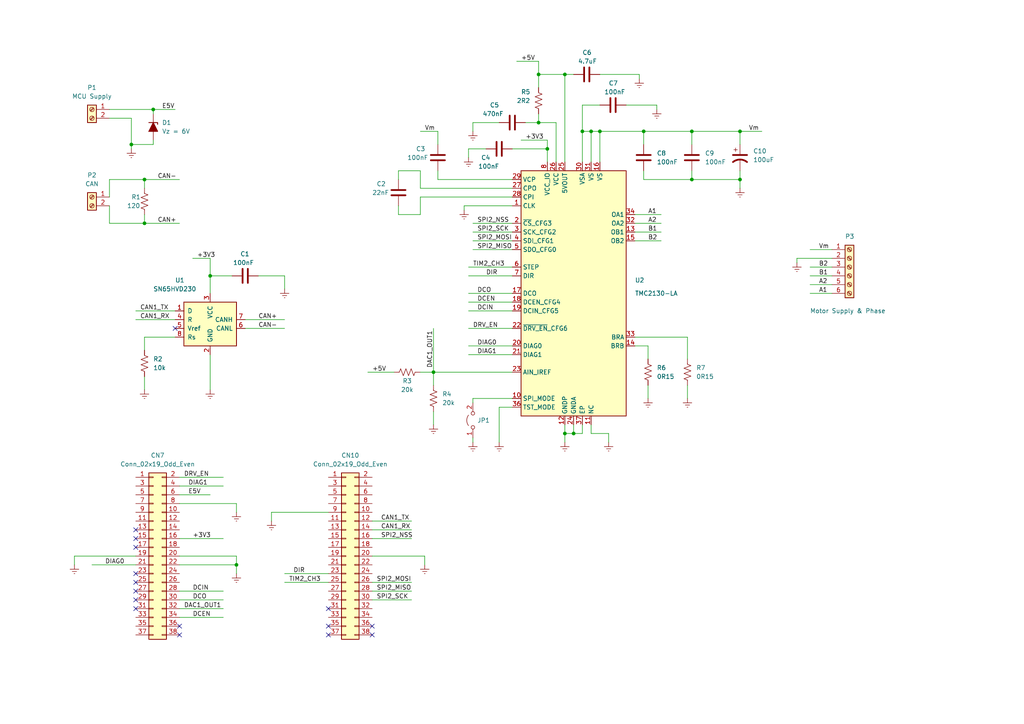
<source format=kicad_sch>
(kicad_sch (version 20211123) (generator eeschema)

  (uuid 9a0cc244-249a-4ec2-ae3c-7eda1b007d44)

  (paper "A4")

  (title_block
    (title "Stepper Motor Expansion Board for STM32 Nucleo-64")
    (date "2024-07-27")
    (rev "A")
    (company "Marvin Chang")
    (comment 1 "Drawn by:")
  )

  (lib_symbols
    (symbol "Stepper_Motor_Expansion_Brd_revA:C" (pin_numbers hide) (pin_names (offset 0.254)) (in_bom yes) (on_board yes)
      (property "Reference" "C" (id 0) (at 0.635 2.54 0)
        (effects (font (size 1.27 1.27)) (justify left))
      )
      (property "Value" "C" (id 1) (at 0.635 -2.54 0)
        (effects (font (size 1.27 1.27)) (justify left))
      )
      (property "Footprint" "" (id 2) (at 0.9652 -3.81 0)
        (effects (font (size 1.27 1.27)) hide)
      )
      (property "Datasheet" "~" (id 3) (at 0 0 0)
        (effects (font (size 1.27 1.27)) hide)
      )
      (property "ki_keywords" "cap capacitor" (id 4) (at 0 0 0)
        (effects (font (size 1.27 1.27)) hide)
      )
      (property "ki_description" "Unpolarized capacitor" (id 5) (at 0 0 0)
        (effects (font (size 1.27 1.27)) hide)
      )
      (property "ki_fp_filters" "C_*" (id 6) (at 0 0 0)
        (effects (font (size 1.27 1.27)) hide)
      )
      (symbol "C_0_1"
        (polyline
          (pts
            (xy -2.032 -0.762)
            (xy 2.032 -0.762)
          )
          (stroke (width 0.508) (type default) (color 0 0 0 0))
          (fill (type none))
        )
        (polyline
          (pts
            (xy -2.032 0.762)
            (xy 2.032 0.762)
          )
          (stroke (width 0.508) (type default) (color 0 0 0 0))
          (fill (type none))
        )
      )
      (symbol "C_1_1"
        (pin passive line (at 0 3.81 270) (length 2.794)
          (name "~" (effects (font (size 1.27 1.27))))
          (number "1" (effects (font (size 1.27 1.27))))
        )
        (pin passive line (at 0 -3.81 90) (length 2.794)
          (name "~" (effects (font (size 1.27 1.27))))
          (number "2" (effects (font (size 1.27 1.27))))
        )
      )
    )
    (symbol "Stepper_Motor_Expansion_Brd_revA:C_Polarized_US" (pin_numbers hide) (pin_names (offset 0.254) hide) (in_bom yes) (on_board yes)
      (property "Reference" "C" (id 0) (at 0.635 2.54 0)
        (effects (font (size 1.27 1.27)) (justify left))
      )
      (property "Value" "C_Polarized_US" (id 1) (at 0.635 -2.54 0)
        (effects (font (size 1.27 1.27)) (justify left))
      )
      (property "Footprint" "" (id 2) (at 0 0 0)
        (effects (font (size 1.27 1.27)) hide)
      )
      (property "Datasheet" "~" (id 3) (at 0 0 0)
        (effects (font (size 1.27 1.27)) hide)
      )
      (property "ki_keywords" "cap capacitor" (id 4) (at 0 0 0)
        (effects (font (size 1.27 1.27)) hide)
      )
      (property "ki_description" "Polarized capacitor, US symbol" (id 5) (at 0 0 0)
        (effects (font (size 1.27 1.27)) hide)
      )
      (property "ki_fp_filters" "CP_*" (id 6) (at 0 0 0)
        (effects (font (size 1.27 1.27)) hide)
      )
      (symbol "C_Polarized_US_0_1"
        (polyline
          (pts
            (xy -2.032 0.762)
            (xy 2.032 0.762)
          )
          (stroke (width 0.508) (type default) (color 0 0 0 0))
          (fill (type none))
        )
        (polyline
          (pts
            (xy -1.778 2.286)
            (xy -0.762 2.286)
          )
          (stroke (width 0) (type default) (color 0 0 0 0))
          (fill (type none))
        )
        (polyline
          (pts
            (xy -1.27 1.778)
            (xy -1.27 2.794)
          )
          (stroke (width 0) (type default) (color 0 0 0 0))
          (fill (type none))
        )
        (arc (start 2.032 -1.27) (mid 0 -0.5572) (end -2.032 -1.27)
          (stroke (width 0.508) (type default) (color 0 0 0 0))
          (fill (type none))
        )
      )
      (symbol "C_Polarized_US_1_1"
        (pin passive line (at 0 3.81 270) (length 2.794)
          (name "~" (effects (font (size 1.27 1.27))))
          (number "1" (effects (font (size 1.27 1.27))))
        )
        (pin passive line (at 0 -3.81 90) (length 3.302)
          (name "~" (effects (font (size 1.27 1.27))))
          (number "2" (effects (font (size 1.27 1.27))))
        )
      )
    )
    (symbol "Stepper_Motor_Expansion_Brd_revA:Conn_02x19_Odd_Even" (pin_names (offset 1.016) hide) (in_bom yes) (on_board yes)
      (property "Reference" "J" (id 0) (at 1.27 25.4 0)
        (effects (font (size 1.27 1.27)))
      )
      (property "Value" "Conn_02x19_Odd_Even" (id 1) (at 1.27 -25.4 0)
        (effects (font (size 1.27 1.27)))
      )
      (property "Footprint" "" (id 2) (at 0 0 0)
        (effects (font (size 1.27 1.27)) hide)
      )
      (property "Datasheet" "~" (id 3) (at 0 0 0)
        (effects (font (size 1.27 1.27)) hide)
      )
      (property "ki_keywords" "connector" (id 4) (at 0 0 0)
        (effects (font (size 1.27 1.27)) hide)
      )
      (property "ki_description" "Generic connector, double row, 02x19, odd/even pin numbering scheme (row 1 odd numbers, row 2 even numbers), script generated (kicad-library-utils/schlib/autogen/connector/)" (id 5) (at 0 0 0)
        (effects (font (size 1.27 1.27)) hide)
      )
      (property "ki_fp_filters" "Connector*:*_2x??_*" (id 6) (at 0 0 0)
        (effects (font (size 1.27 1.27)) hide)
      )
      (symbol "Conn_02x19_Odd_Even_1_1"
        (rectangle (start -1.27 -22.733) (end 0 -22.987)
          (stroke (width 0.1524) (type default) (color 0 0 0 0))
          (fill (type none))
        )
        (rectangle (start -1.27 -20.193) (end 0 -20.447)
          (stroke (width 0.1524) (type default) (color 0 0 0 0))
          (fill (type none))
        )
        (rectangle (start -1.27 -17.653) (end 0 -17.907)
          (stroke (width 0.1524) (type default) (color 0 0 0 0))
          (fill (type none))
        )
        (rectangle (start -1.27 -15.113) (end 0 -15.367)
          (stroke (width 0.1524) (type default) (color 0 0 0 0))
          (fill (type none))
        )
        (rectangle (start -1.27 -12.573) (end 0 -12.827)
          (stroke (width 0.1524) (type default) (color 0 0 0 0))
          (fill (type none))
        )
        (rectangle (start -1.27 -10.033) (end 0 -10.287)
          (stroke (width 0.1524) (type default) (color 0 0 0 0))
          (fill (type none))
        )
        (rectangle (start -1.27 -7.493) (end 0 -7.747)
          (stroke (width 0.1524) (type default) (color 0 0 0 0))
          (fill (type none))
        )
        (rectangle (start -1.27 -4.953) (end 0 -5.207)
          (stroke (width 0.1524) (type default) (color 0 0 0 0))
          (fill (type none))
        )
        (rectangle (start -1.27 -2.413) (end 0 -2.667)
          (stroke (width 0.1524) (type default) (color 0 0 0 0))
          (fill (type none))
        )
        (rectangle (start -1.27 0.127) (end 0 -0.127)
          (stroke (width 0.1524) (type default) (color 0 0 0 0))
          (fill (type none))
        )
        (rectangle (start -1.27 2.667) (end 0 2.413)
          (stroke (width 0.1524) (type default) (color 0 0 0 0))
          (fill (type none))
        )
        (rectangle (start -1.27 5.207) (end 0 4.953)
          (stroke (width 0.1524) (type default) (color 0 0 0 0))
          (fill (type none))
        )
        (rectangle (start -1.27 7.747) (end 0 7.493)
          (stroke (width 0.1524) (type default) (color 0 0 0 0))
          (fill (type none))
        )
        (rectangle (start -1.27 10.287) (end 0 10.033)
          (stroke (width 0.1524) (type default) (color 0 0 0 0))
          (fill (type none))
        )
        (rectangle (start -1.27 12.827) (end 0 12.573)
          (stroke (width 0.1524) (type default) (color 0 0 0 0))
          (fill (type none))
        )
        (rectangle (start -1.27 15.367) (end 0 15.113)
          (stroke (width 0.1524) (type default) (color 0 0 0 0))
          (fill (type none))
        )
        (rectangle (start -1.27 17.907) (end 0 17.653)
          (stroke (width 0.1524) (type default) (color 0 0 0 0))
          (fill (type none))
        )
        (rectangle (start -1.27 20.447) (end 0 20.193)
          (stroke (width 0.1524) (type default) (color 0 0 0 0))
          (fill (type none))
        )
        (rectangle (start -1.27 22.987) (end 0 22.733)
          (stroke (width 0.1524) (type default) (color 0 0 0 0))
          (fill (type none))
        )
        (rectangle (start -1.27 24.13) (end 3.81 -24.13)
          (stroke (width 0.254) (type default) (color 0 0 0 0))
          (fill (type background))
        )
        (rectangle (start 3.81 -22.733) (end 2.54 -22.987)
          (stroke (width 0.1524) (type default) (color 0 0 0 0))
          (fill (type none))
        )
        (rectangle (start 3.81 -20.193) (end 2.54 -20.447)
          (stroke (width 0.1524) (type default) (color 0 0 0 0))
          (fill (type none))
        )
        (rectangle (start 3.81 -17.653) (end 2.54 -17.907)
          (stroke (width 0.1524) (type default) (color 0 0 0 0))
          (fill (type none))
        )
        (rectangle (start 3.81 -15.113) (end 2.54 -15.367)
          (stroke (width 0.1524) (type default) (color 0 0 0 0))
          (fill (type none))
        )
        (rectangle (start 3.81 -12.573) (end 2.54 -12.827)
          (stroke (width 0.1524) (type default) (color 0 0 0 0))
          (fill (type none))
        )
        (rectangle (start 3.81 -10.033) (end 2.54 -10.287)
          (stroke (width 0.1524) (type default) (color 0 0 0 0))
          (fill (type none))
        )
        (rectangle (start 3.81 -7.493) (end 2.54 -7.747)
          (stroke (width 0.1524) (type default) (color 0 0 0 0))
          (fill (type none))
        )
        (rectangle (start 3.81 -4.953) (end 2.54 -5.207)
          (stroke (width 0.1524) (type default) (color 0 0 0 0))
          (fill (type none))
        )
        (rectangle (start 3.81 -2.413) (end 2.54 -2.667)
          (stroke (width 0.1524) (type default) (color 0 0 0 0))
          (fill (type none))
        )
        (rectangle (start 3.81 0.127) (end 2.54 -0.127)
          (stroke (width 0.1524) (type default) (color 0 0 0 0))
          (fill (type none))
        )
        (rectangle (start 3.81 2.667) (end 2.54 2.413)
          (stroke (width 0.1524) (type default) (color 0 0 0 0))
          (fill (type none))
        )
        (rectangle (start 3.81 5.207) (end 2.54 4.953)
          (stroke (width 0.1524) (type default) (color 0 0 0 0))
          (fill (type none))
        )
        (rectangle (start 3.81 7.747) (end 2.54 7.493)
          (stroke (width 0.1524) (type default) (color 0 0 0 0))
          (fill (type none))
        )
        (rectangle (start 3.81 10.287) (end 2.54 10.033)
          (stroke (width 0.1524) (type default) (color 0 0 0 0))
          (fill (type none))
        )
        (rectangle (start 3.81 12.827) (end 2.54 12.573)
          (stroke (width 0.1524) (type default) (color 0 0 0 0))
          (fill (type none))
        )
        (rectangle (start 3.81 15.367) (end 2.54 15.113)
          (stroke (width 0.1524) (type default) (color 0 0 0 0))
          (fill (type none))
        )
        (rectangle (start 3.81 17.907) (end 2.54 17.653)
          (stroke (width 0.1524) (type default) (color 0 0 0 0))
          (fill (type none))
        )
        (rectangle (start 3.81 20.447) (end 2.54 20.193)
          (stroke (width 0.1524) (type default) (color 0 0 0 0))
          (fill (type none))
        )
        (rectangle (start 3.81 22.987) (end 2.54 22.733)
          (stroke (width 0.1524) (type default) (color 0 0 0 0))
          (fill (type none))
        )
        (pin passive line (at -5.08 22.86 0) (length 3.81)
          (name "Pin_1" (effects (font (size 1.27 1.27))))
          (number "1" (effects (font (size 1.27 1.27))))
        )
        (pin passive line (at 7.62 12.7 180) (length 3.81)
          (name "Pin_10" (effects (font (size 1.27 1.27))))
          (number "10" (effects (font (size 1.27 1.27))))
        )
        (pin passive line (at -5.08 10.16 0) (length 3.81)
          (name "Pin_11" (effects (font (size 1.27 1.27))))
          (number "11" (effects (font (size 1.27 1.27))))
        )
        (pin passive line (at 7.62 10.16 180) (length 3.81)
          (name "Pin_12" (effects (font (size 1.27 1.27))))
          (number "12" (effects (font (size 1.27 1.27))))
        )
        (pin passive line (at -5.08 7.62 0) (length 3.81)
          (name "Pin_13" (effects (font (size 1.27 1.27))))
          (number "13" (effects (font (size 1.27 1.27))))
        )
        (pin passive line (at 7.62 7.62 180) (length 3.81)
          (name "Pin_14" (effects (font (size 1.27 1.27))))
          (number "14" (effects (font (size 1.27 1.27))))
        )
        (pin passive line (at -5.08 5.08 0) (length 3.81)
          (name "Pin_15" (effects (font (size 1.27 1.27))))
          (number "15" (effects (font (size 1.27 1.27))))
        )
        (pin passive line (at 7.62 5.08 180) (length 3.81)
          (name "Pin_16" (effects (font (size 1.27 1.27))))
          (number "16" (effects (font (size 1.27 1.27))))
        )
        (pin passive line (at -5.08 2.54 0) (length 3.81)
          (name "Pin_17" (effects (font (size 1.27 1.27))))
          (number "17" (effects (font (size 1.27 1.27))))
        )
        (pin passive line (at 7.62 2.54 180) (length 3.81)
          (name "Pin_18" (effects (font (size 1.27 1.27))))
          (number "18" (effects (font (size 1.27 1.27))))
        )
        (pin passive line (at -5.08 0 0) (length 3.81)
          (name "Pin_19" (effects (font (size 1.27 1.27))))
          (number "19" (effects (font (size 1.27 1.27))))
        )
        (pin passive line (at 7.62 22.86 180) (length 3.81)
          (name "Pin_2" (effects (font (size 1.27 1.27))))
          (number "2" (effects (font (size 1.27 1.27))))
        )
        (pin passive line (at 7.62 0 180) (length 3.81)
          (name "Pin_20" (effects (font (size 1.27 1.27))))
          (number "20" (effects (font (size 1.27 1.27))))
        )
        (pin passive line (at -5.08 -2.54 0) (length 3.81)
          (name "Pin_21" (effects (font (size 1.27 1.27))))
          (number "21" (effects (font (size 1.27 1.27))))
        )
        (pin passive line (at 7.62 -2.54 180) (length 3.81)
          (name "Pin_22" (effects (font (size 1.27 1.27))))
          (number "22" (effects (font (size 1.27 1.27))))
        )
        (pin passive line (at -5.08 -5.08 0) (length 3.81)
          (name "Pin_23" (effects (font (size 1.27 1.27))))
          (number "23" (effects (font (size 1.27 1.27))))
        )
        (pin passive line (at 7.62 -5.08 180) (length 3.81)
          (name "Pin_24" (effects (font (size 1.27 1.27))))
          (number "24" (effects (font (size 1.27 1.27))))
        )
        (pin passive line (at -5.08 -7.62 0) (length 3.81)
          (name "Pin_25" (effects (font (size 1.27 1.27))))
          (number "25" (effects (font (size 1.27 1.27))))
        )
        (pin passive line (at 7.62 -7.62 180) (length 3.81)
          (name "Pin_26" (effects (font (size 1.27 1.27))))
          (number "26" (effects (font (size 1.27 1.27))))
        )
        (pin passive line (at -5.08 -10.16 0) (length 3.81)
          (name "Pin_27" (effects (font (size 1.27 1.27))))
          (number "27" (effects (font (size 1.27 1.27))))
        )
        (pin passive line (at 7.62 -10.16 180) (length 3.81)
          (name "Pin_28" (effects (font (size 1.27 1.27))))
          (number "28" (effects (font (size 1.27 1.27))))
        )
        (pin passive line (at -5.08 -12.7 0) (length 3.81)
          (name "Pin_29" (effects (font (size 1.27 1.27))))
          (number "29" (effects (font (size 1.27 1.27))))
        )
        (pin passive line (at -5.08 20.32 0) (length 3.81)
          (name "Pin_3" (effects (font (size 1.27 1.27))))
          (number "3" (effects (font (size 1.27 1.27))))
        )
        (pin passive line (at 7.62 -12.7 180) (length 3.81)
          (name "Pin_30" (effects (font (size 1.27 1.27))))
          (number "30" (effects (font (size 1.27 1.27))))
        )
        (pin passive line (at -5.08 -15.24 0) (length 3.81)
          (name "Pin_31" (effects (font (size 1.27 1.27))))
          (number "31" (effects (font (size 1.27 1.27))))
        )
        (pin passive line (at 7.62 -15.24 180) (length 3.81)
          (name "Pin_32" (effects (font (size 1.27 1.27))))
          (number "32" (effects (font (size 1.27 1.27))))
        )
        (pin passive line (at -5.08 -17.78 0) (length 3.81)
          (name "Pin_33" (effects (font (size 1.27 1.27))))
          (number "33" (effects (font (size 1.27 1.27))))
        )
        (pin passive line (at 7.62 -17.78 180) (length 3.81)
          (name "Pin_34" (effects (font (size 1.27 1.27))))
          (number "34" (effects (font (size 1.27 1.27))))
        )
        (pin passive line (at -5.08 -20.32 0) (length 3.81)
          (name "Pin_35" (effects (font (size 1.27 1.27))))
          (number "35" (effects (font (size 1.27 1.27))))
        )
        (pin passive line (at 7.62 -20.32 180) (length 3.81)
          (name "Pin_36" (effects (font (size 1.27 1.27))))
          (number "36" (effects (font (size 1.27 1.27))))
        )
        (pin passive line (at -5.08 -22.86 0) (length 3.81)
          (name "Pin_37" (effects (font (size 1.27 1.27))))
          (number "37" (effects (font (size 1.27 1.27))))
        )
        (pin passive line (at 7.62 -22.86 180) (length 3.81)
          (name "Pin_38" (effects (font (size 1.27 1.27))))
          (number "38" (effects (font (size 1.27 1.27))))
        )
        (pin passive line (at 7.62 20.32 180) (length 3.81)
          (name "Pin_4" (effects (font (size 1.27 1.27))))
          (number "4" (effects (font (size 1.27 1.27))))
        )
        (pin passive line (at -5.08 17.78 0) (length 3.81)
          (name "Pin_5" (effects (font (size 1.27 1.27))))
          (number "5" (effects (font (size 1.27 1.27))))
        )
        (pin passive line (at 7.62 17.78 180) (length 3.81)
          (name "Pin_6" (effects (font (size 1.27 1.27))))
          (number "6" (effects (font (size 1.27 1.27))))
        )
        (pin passive line (at -5.08 15.24 0) (length 3.81)
          (name "Pin_7" (effects (font (size 1.27 1.27))))
          (number "7" (effects (font (size 1.27 1.27))))
        )
        (pin passive line (at 7.62 15.24 180) (length 3.81)
          (name "Pin_8" (effects (font (size 1.27 1.27))))
          (number "8" (effects (font (size 1.27 1.27))))
        )
        (pin passive line (at -5.08 12.7 0) (length 3.81)
          (name "Pin_9" (effects (font (size 1.27 1.27))))
          (number "9" (effects (font (size 1.27 1.27))))
        )
      )
    )
    (symbol "Stepper_Motor_Expansion_Brd_revA:D_Zener" (pin_numbers hide) (pin_names (offset 1.016) hide) (in_bom yes) (on_board yes)
      (property "Reference" "D" (id 0) (at 0 2.54 0)
        (effects (font (size 1.27 1.27)))
      )
      (property "Value" "D_Zener" (id 1) (at 0 -2.54 0)
        (effects (font (size 1.27 1.27)))
      )
      (property "Footprint" "" (id 2) (at 0 0 0)
        (effects (font (size 1.27 1.27)) hide)
      )
      (property "Datasheet" "~" (id 3) (at 0 0 0)
        (effects (font (size 1.27 1.27)) hide)
      )
      (property "ki_keywords" "diode" (id 4) (at 0 0 0)
        (effects (font (size 1.27 1.27)) hide)
      )
      (property "ki_description" "Zener diode" (id 5) (at 0 0 0)
        (effects (font (size 1.27 1.27)) hide)
      )
      (property "ki_fp_filters" "TO-???* *_Diode_* *SingleDiode* D_*" (id 6) (at 0 0 0)
        (effects (font (size 1.27 1.27)) hide)
      )
      (symbol "D_Zener_0_1"
        (polyline
          (pts
            (xy 1.27 0)
            (xy -1.27 0)
          )
          (stroke (width 0) (type default) (color 0 0 0 0))
          (fill (type none))
        )
        (polyline
          (pts
            (xy -1.27 -1.27)
            (xy -1.27 1.27)
            (xy -0.762 1.27)
          )
          (stroke (width 0.254) (type default) (color 0 0 0 0))
          (fill (type none))
        )
        (polyline
          (pts
            (xy 1.27 -1.27)
            (xy 1.27 1.27)
            (xy -1.27 0)
            (xy 1.27 -1.27)
          )
          (stroke (width 0.254) (type default) (color 0 0 0 0))
          (fill (type outline))
        )
      )
      (symbol "D_Zener_1_1"
        (pin passive line (at -3.81 0 0) (length 2.54)
          (name "K" (effects (font (size 1.27 1.27))))
          (number "1" (effects (font (size 1.27 1.27))))
        )
        (pin passive line (at 3.81 0 180) (length 2.54)
          (name "A" (effects (font (size 1.27 1.27))))
          (number "2" (effects (font (size 1.27 1.27))))
        )
      )
    )
    (symbol "Stepper_Motor_Expansion_Brd_revA:GND" (power) (pin_names (offset 0)) (in_bom yes) (on_board yes)
      (property "Reference" "#PWR" (id 0) (at 0 -6.35 0)
        (effects (font (size 1.27 1.27)) hide)
      )
      (property "Value" "GND" (id 1) (at 0 -3.81 0)
        (effects (font (size 1.27 1.27)) hide)
      )
      (property "Footprint" "" (id 2) (at 0 0 0)
        (effects (font (size 1.27 1.27)) hide)
      )
      (property "Datasheet" "~" (id 3) (at 0 0 0)
        (effects (font (size 1.27 1.27)) hide)
      )
      (property "ki_keywords" "global ground gnd" (id 4) (at 0 0 0)
        (effects (font (size 1.27 1.27)) hide)
      )
      (property "ki_description" "Power symbol creates a global label with name \"GND\"" (id 5) (at 0 0 0)
        (effects (font (size 1.27 1.27)) hide)
      )
      (symbol "GND_0_1"
        (polyline
          (pts
            (xy -0.635 -1.905)
            (xy 0.635 -1.905)
          )
          (stroke (width 0) (type default) (color 0 0 0 0))
          (fill (type none))
        )
        (polyline
          (pts
            (xy -0.127 -2.54)
            (xy 0.127 -2.54)
          )
          (stroke (width 0) (type default) (color 0 0 0 0))
          (fill (type none))
        )
        (polyline
          (pts
            (xy 0 -1.27)
            (xy 0 0)
          )
          (stroke (width 0) (type default) (color 0 0 0 0))
          (fill (type none))
        )
        (polyline
          (pts
            (xy 1.27 -1.27)
            (xy -1.27 -1.27)
          )
          (stroke (width 0) (type default) (color 0 0 0 0))
          (fill (type none))
        )
      )
      (symbol "GND_1_1"
        (pin power_in line (at 0 0 270) (length 0) hide
          (name "GND" (effects (font (size 1.27 1.27))))
          (number "1" (effects (font (size 1.27 1.27))))
        )
      )
    )
    (symbol "Stepper_Motor_Expansion_Brd_revA:Jumper_2_Open" (pin_names (offset 0) hide) (in_bom yes) (on_board yes)
      (property "Reference" "JP" (id 0) (at 0 2.794 0)
        (effects (font (size 1.27 1.27)))
      )
      (property "Value" "Jumper_2_Open" (id 1) (at 0 -2.286 0)
        (effects (font (size 1.27 1.27)))
      )
      (property "Footprint" "" (id 2) (at 0 0 0)
        (effects (font (size 1.27 1.27)) hide)
      )
      (property "Datasheet" "~" (id 3) (at 0 0 0)
        (effects (font (size 1.27 1.27)) hide)
      )
      (property "ki_keywords" "Jumper SPST" (id 4) (at 0 0 0)
        (effects (font (size 1.27 1.27)) hide)
      )
      (property "ki_description" "Jumper, 2-pole, open" (id 5) (at 0 0 0)
        (effects (font (size 1.27 1.27)) hide)
      )
      (property "ki_fp_filters" "Jumper* TestPoint*2Pads* TestPoint*Bridge*" (id 6) (at 0 0 0)
        (effects (font (size 1.27 1.27)) hide)
      )
      (symbol "Jumper_2_Open_0_0"
        (circle (center -2.032 0) (radius 0.508)
          (stroke (width 0) (type default) (color 0 0 0 0))
          (fill (type none))
        )
        (circle (center 2.032 0) (radius 0.508)
          (stroke (width 0) (type default) (color 0 0 0 0))
          (fill (type none))
        )
      )
      (symbol "Jumper_2_Open_0_1"
        (arc (start 1.524 1.27) (mid 0 1.778) (end -1.524 1.27)
          (stroke (width 0) (type default) (color 0 0 0 0))
          (fill (type none))
        )
      )
      (symbol "Jumper_2_Open_1_1"
        (pin passive line (at -5.08 0 0) (length 2.54)
          (name "A" (effects (font (size 1.27 1.27))))
          (number "1" (effects (font (size 1.27 1.27))))
        )
        (pin passive line (at 5.08 0 180) (length 2.54)
          (name "B" (effects (font (size 1.27 1.27))))
          (number "2" (effects (font (size 1.27 1.27))))
        )
      )
    )
    (symbol "Stepper_Motor_Expansion_Brd_revA:R_US" (pin_numbers hide) (pin_names (offset 0)) (in_bom yes) (on_board yes)
      (property "Reference" "R" (id 0) (at 2.54 0 90)
        (effects (font (size 1.27 1.27)))
      )
      (property "Value" "R_US" (id 1) (at -2.54 0 90)
        (effects (font (size 1.27 1.27)))
      )
      (property "Footprint" "" (id 2) (at 1.016 -0.254 90)
        (effects (font (size 1.27 1.27)) hide)
      )
      (property "Datasheet" "~" (id 3) (at 0 0 0)
        (effects (font (size 1.27 1.27)) hide)
      )
      (property "ki_keywords" "R res resistor" (id 4) (at 0 0 0)
        (effects (font (size 1.27 1.27)) hide)
      )
      (property "ki_description" "Resistor, US symbol" (id 5) (at 0 0 0)
        (effects (font (size 1.27 1.27)) hide)
      )
      (property "ki_fp_filters" "R_*" (id 6) (at 0 0 0)
        (effects (font (size 1.27 1.27)) hide)
      )
      (symbol "R_US_0_1"
        (polyline
          (pts
            (xy 0 -2.286)
            (xy 0 -2.54)
          )
          (stroke (width 0) (type default) (color 0 0 0 0))
          (fill (type none))
        )
        (polyline
          (pts
            (xy 0 2.286)
            (xy 0 2.54)
          )
          (stroke (width 0) (type default) (color 0 0 0 0))
          (fill (type none))
        )
        (polyline
          (pts
            (xy 0 -0.762)
            (xy 1.016 -1.143)
            (xy 0 -1.524)
            (xy -1.016 -1.905)
            (xy 0 -2.286)
          )
          (stroke (width 0) (type default) (color 0 0 0 0))
          (fill (type none))
        )
        (polyline
          (pts
            (xy 0 0.762)
            (xy 1.016 0.381)
            (xy 0 0)
            (xy -1.016 -0.381)
            (xy 0 -0.762)
          )
          (stroke (width 0) (type default) (color 0 0 0 0))
          (fill (type none))
        )
        (polyline
          (pts
            (xy 0 2.286)
            (xy 1.016 1.905)
            (xy 0 1.524)
            (xy -1.016 1.143)
            (xy 0 0.762)
          )
          (stroke (width 0) (type default) (color 0 0 0 0))
          (fill (type none))
        )
      )
      (symbol "R_US_1_1"
        (pin passive line (at 0 3.81 270) (length 1.27)
          (name "~" (effects (font (size 1.27 1.27))))
          (number "1" (effects (font (size 1.27 1.27))))
        )
        (pin passive line (at 0 -3.81 90) (length 1.27)
          (name "~" (effects (font (size 1.27 1.27))))
          (number "2" (effects (font (size 1.27 1.27))))
        )
      )
    )
    (symbol "Stepper_Motor_Expansion_Brd_revA:SN65HVD230" (pin_names (offset 1.016)) (in_bom yes) (on_board yes)
      (property "Reference" "U" (id 0) (at -2.54 10.16 0)
        (effects (font (size 1.27 1.27)) (justify right))
      )
      (property "Value" "SN65HVD230" (id 1) (at -2.54 7.62 0)
        (effects (font (size 1.27 1.27)) (justify right))
      )
      (property "Footprint" "Package_SO:SOIC-8_3.9x4.9mm_P1.27mm" (id 2) (at 0 -12.7 0)
        (effects (font (size 1.27 1.27)) hide)
      )
      (property "Datasheet" "http://www.ti.com/lit/ds/symlink/sn65hvd230.pdf" (id 3) (at -2.54 10.16 0)
        (effects (font (size 1.27 1.27)) hide)
      )
      (property "ki_keywords" "can transeiver ti low-power" (id 4) (at 0 0 0)
        (effects (font (size 1.27 1.27)) hide)
      )
      (property "ki_description" "CAN Bus Transceivers, 3.3V, 1Mbps, Low-Power capabilities, SOIC-8" (id 5) (at 0 0 0)
        (effects (font (size 1.27 1.27)) hide)
      )
      (property "ki_fp_filters" "SOIC*3.9x4.9mm*P1.27mm*" (id 6) (at 0 0 0)
        (effects (font (size 1.27 1.27)) hide)
      )
      (symbol "SN65HVD230_0_1"
        (rectangle (start -7.62 5.08) (end 7.62 -7.62)
          (stroke (width 0.254) (type default) (color 0 0 0 0))
          (fill (type background))
        )
      )
      (symbol "SN65HVD230_1_1"
        (pin input line (at -10.16 2.54 0) (length 2.54)
          (name "D" (effects (font (size 1.27 1.27))))
          (number "1" (effects (font (size 1.27 1.27))))
        )
        (pin power_in line (at 0 -10.16 90) (length 2.54)
          (name "GND" (effects (font (size 1.27 1.27))))
          (number "2" (effects (font (size 1.27 1.27))))
        )
        (pin power_in line (at 0 7.62 270) (length 2.54)
          (name "VCC" (effects (font (size 1.27 1.27))))
          (number "3" (effects (font (size 1.27 1.27))))
        )
        (pin output line (at -10.16 0 0) (length 2.54)
          (name "R" (effects (font (size 1.27 1.27))))
          (number "4" (effects (font (size 1.27 1.27))))
        )
        (pin output line (at -10.16 -2.54 0) (length 2.54)
          (name "Vref" (effects (font (size 1.27 1.27))))
          (number "5" (effects (font (size 1.27 1.27))))
        )
        (pin bidirectional line (at 10.16 -2.54 180) (length 2.54)
          (name "CANL" (effects (font (size 1.27 1.27))))
          (number "6" (effects (font (size 1.27 1.27))))
        )
        (pin bidirectional line (at 10.16 0 180) (length 2.54)
          (name "CANH" (effects (font (size 1.27 1.27))))
          (number "7" (effects (font (size 1.27 1.27))))
        )
        (pin input line (at -10.16 -5.08 0) (length 2.54)
          (name "Rs" (effects (font (size 1.27 1.27))))
          (number "8" (effects (font (size 1.27 1.27))))
        )
      )
    )
    (symbol "Stepper_Motor_Expansion_Brd_revA:Screw_Terminal_01x02" (pin_names (offset 1.016) hide) (in_bom yes) (on_board yes)
      (property "Reference" "J" (id 0) (at 0 2.54 0)
        (effects (font (size 1.27 1.27)))
      )
      (property "Value" "Screw_Terminal_01x02" (id 1) (at 0 -5.08 0)
        (effects (font (size 1.27 1.27)))
      )
      (property "Footprint" "" (id 2) (at 0 0 0)
        (effects (font (size 1.27 1.27)) hide)
      )
      (property "Datasheet" "~" (id 3) (at 0 0 0)
        (effects (font (size 1.27 1.27)) hide)
      )
      (property "ki_keywords" "screw terminal" (id 4) (at 0 0 0)
        (effects (font (size 1.27 1.27)) hide)
      )
      (property "ki_description" "Generic screw terminal, single row, 01x02, script generated (kicad-library-utils/schlib/autogen/connector/)" (id 5) (at 0 0 0)
        (effects (font (size 1.27 1.27)) hide)
      )
      (property "ki_fp_filters" "TerminalBlock*:*" (id 6) (at 0 0 0)
        (effects (font (size 1.27 1.27)) hide)
      )
      (symbol "Screw_Terminal_01x02_1_1"
        (rectangle (start -1.27 1.27) (end 1.27 -3.81)
          (stroke (width 0.254) (type default) (color 0 0 0 0))
          (fill (type background))
        )
        (circle (center 0 -2.54) (radius 0.635)
          (stroke (width 0.1524) (type default) (color 0 0 0 0))
          (fill (type none))
        )
        (polyline
          (pts
            (xy -0.5334 -2.2098)
            (xy 0.3302 -3.048)
          )
          (stroke (width 0.1524) (type default) (color 0 0 0 0))
          (fill (type none))
        )
        (polyline
          (pts
            (xy -0.5334 0.3302)
            (xy 0.3302 -0.508)
          )
          (stroke (width 0.1524) (type default) (color 0 0 0 0))
          (fill (type none))
        )
        (polyline
          (pts
            (xy -0.3556 -2.032)
            (xy 0.508 -2.8702)
          )
          (stroke (width 0.1524) (type default) (color 0 0 0 0))
          (fill (type none))
        )
        (polyline
          (pts
            (xy -0.3556 0.508)
            (xy 0.508 -0.3302)
          )
          (stroke (width 0.1524) (type default) (color 0 0 0 0))
          (fill (type none))
        )
        (circle (center 0 0) (radius 0.635)
          (stroke (width 0.1524) (type default) (color 0 0 0 0))
          (fill (type none))
        )
        (pin passive line (at -5.08 0 0) (length 3.81)
          (name "Pin_1" (effects (font (size 1.27 1.27))))
          (number "1" (effects (font (size 1.27 1.27))))
        )
        (pin passive line (at -5.08 -2.54 0) (length 3.81)
          (name "Pin_2" (effects (font (size 1.27 1.27))))
          (number "2" (effects (font (size 1.27 1.27))))
        )
      )
    )
    (symbol "Stepper_Motor_Expansion_Brd_revA:Screw_Terminal_01x06" (pin_names (offset 1.016) hide) (in_bom yes) (on_board yes)
      (property "Reference" "J" (id 0) (at 0 7.62 0)
        (effects (font (size 1.27 1.27)))
      )
      (property "Value" "Screw_Terminal_01x06" (id 1) (at 0 -10.16 0)
        (effects (font (size 1.27 1.27)))
      )
      (property "Footprint" "" (id 2) (at 0 0 0)
        (effects (font (size 1.27 1.27)) hide)
      )
      (property "Datasheet" "~" (id 3) (at 0 0 0)
        (effects (font (size 1.27 1.27)) hide)
      )
      (property "ki_keywords" "screw terminal" (id 4) (at 0 0 0)
        (effects (font (size 1.27 1.27)) hide)
      )
      (property "ki_description" "Generic screw terminal, single row, 01x06, script generated (kicad-library-utils/schlib/autogen/connector/)" (id 5) (at 0 0 0)
        (effects (font (size 1.27 1.27)) hide)
      )
      (property "ki_fp_filters" "TerminalBlock*:*" (id 6) (at 0 0 0)
        (effects (font (size 1.27 1.27)) hide)
      )
      (symbol "Screw_Terminal_01x06_1_1"
        (rectangle (start -1.27 6.35) (end 1.27 -8.89)
          (stroke (width 0.254) (type default) (color 0 0 0 0))
          (fill (type background))
        )
        (circle (center 0 -7.62) (radius 0.635)
          (stroke (width 0.1524) (type default) (color 0 0 0 0))
          (fill (type none))
        )
        (circle (center 0 -5.08) (radius 0.635)
          (stroke (width 0.1524) (type default) (color 0 0 0 0))
          (fill (type none))
        )
        (circle (center 0 -2.54) (radius 0.635)
          (stroke (width 0.1524) (type default) (color 0 0 0 0))
          (fill (type none))
        )
        (polyline
          (pts
            (xy -0.5334 -7.2898)
            (xy 0.3302 -8.128)
          )
          (stroke (width 0.1524) (type default) (color 0 0 0 0))
          (fill (type none))
        )
        (polyline
          (pts
            (xy -0.5334 -4.7498)
            (xy 0.3302 -5.588)
          )
          (stroke (width 0.1524) (type default) (color 0 0 0 0))
          (fill (type none))
        )
        (polyline
          (pts
            (xy -0.5334 -2.2098)
            (xy 0.3302 -3.048)
          )
          (stroke (width 0.1524) (type default) (color 0 0 0 0))
          (fill (type none))
        )
        (polyline
          (pts
            (xy -0.5334 0.3302)
            (xy 0.3302 -0.508)
          )
          (stroke (width 0.1524) (type default) (color 0 0 0 0))
          (fill (type none))
        )
        (polyline
          (pts
            (xy -0.5334 2.8702)
            (xy 0.3302 2.032)
          )
          (stroke (width 0.1524) (type default) (color 0 0 0 0))
          (fill (type none))
        )
        (polyline
          (pts
            (xy -0.5334 5.4102)
            (xy 0.3302 4.572)
          )
          (stroke (width 0.1524) (type default) (color 0 0 0 0))
          (fill (type none))
        )
        (polyline
          (pts
            (xy -0.3556 -7.112)
            (xy 0.508 -7.9502)
          )
          (stroke (width 0.1524) (type default) (color 0 0 0 0))
          (fill (type none))
        )
        (polyline
          (pts
            (xy -0.3556 -4.572)
            (xy 0.508 -5.4102)
          )
          (stroke (width 0.1524) (type default) (color 0 0 0 0))
          (fill (type none))
        )
        (polyline
          (pts
            (xy -0.3556 -2.032)
            (xy 0.508 -2.8702)
          )
          (stroke (width 0.1524) (type default) (color 0 0 0 0))
          (fill (type none))
        )
        (polyline
          (pts
            (xy -0.3556 0.508)
            (xy 0.508 -0.3302)
          )
          (stroke (width 0.1524) (type default) (color 0 0 0 0))
          (fill (type none))
        )
        (polyline
          (pts
            (xy -0.3556 3.048)
            (xy 0.508 2.2098)
          )
          (stroke (width 0.1524) (type default) (color 0 0 0 0))
          (fill (type none))
        )
        (polyline
          (pts
            (xy -0.3556 5.588)
            (xy 0.508 4.7498)
          )
          (stroke (width 0.1524) (type default) (color 0 0 0 0))
          (fill (type none))
        )
        (circle (center 0 0) (radius 0.635)
          (stroke (width 0.1524) (type default) (color 0 0 0 0))
          (fill (type none))
        )
        (circle (center 0 2.54) (radius 0.635)
          (stroke (width 0.1524) (type default) (color 0 0 0 0))
          (fill (type none))
        )
        (circle (center 0 5.08) (radius 0.635)
          (stroke (width 0.1524) (type default) (color 0 0 0 0))
          (fill (type none))
        )
        (pin passive line (at -5.08 5.08 0) (length 3.81)
          (name "Pin_1" (effects (font (size 1.27 1.27))))
          (number "1" (effects (font (size 1.27 1.27))))
        )
        (pin passive line (at -5.08 2.54 0) (length 3.81)
          (name "Pin_2" (effects (font (size 1.27 1.27))))
          (number "2" (effects (font (size 1.27 1.27))))
        )
        (pin passive line (at -5.08 0 0) (length 3.81)
          (name "Pin_3" (effects (font (size 1.27 1.27))))
          (number "3" (effects (font (size 1.27 1.27))))
        )
        (pin passive line (at -5.08 -2.54 0) (length 3.81)
          (name "Pin_4" (effects (font (size 1.27 1.27))))
          (number "4" (effects (font (size 1.27 1.27))))
        )
        (pin passive line (at -5.08 -5.08 0) (length 3.81)
          (name "Pin_5" (effects (font (size 1.27 1.27))))
          (number "5" (effects (font (size 1.27 1.27))))
        )
        (pin passive line (at -5.08 -7.62 0) (length 3.81)
          (name "Pin_6" (effects (font (size 1.27 1.27))))
          (number "6" (effects (font (size 1.27 1.27))))
        )
      )
    )
    (symbol "Stepper_Motor_Expansion_Brd_revA:TMC2130-LA" (in_bom yes) (on_board yes)
      (property "Reference" "U" (id 0) (at -11.43 38.1 0)
        (effects (font (size 1.27 1.27)) (justify right))
      )
      (property "Value" "TMC2130-LA" (id 1) (at 17.78 38.1 0)
        (effects (font (size 1.27 1.27)))
      )
      (property "Footprint" "Package_DFN_QFN:QFN-36-1EP_5x6mm_P0.5mm_EP3.6x4.1mm" (id 2) (at 0 -66.04 0)
        (effects (font (size 1.27 1.27)) hide)
      )
      (property "Datasheet" "http://www.trinamic.com/fileadmin/assets/Products/ICs_Documents/TMC2130_datasheet.pdf" (id 3) (at 0 -68.58 0)
        (effects (font (size 1.27 1.27)) hide)
      )
      (property "ki_keywords" "stepper motor driver" (id 4) (at 0 0 0)
        (effects (font (size 1.27 1.27)) hide)
      )
      (property "ki_description" "Driver for two-phase bipolar stepper motor, 2.0A, SPI, 4.75-46V, QFN-36" (id 5) (at 0 0 0)
        (effects (font (size 1.27 1.27)) hide)
      )
      (property "ki_fp_filters" "QFN*1EP*5x6mm*P0.5mm*" (id 6) (at 0 0 0)
        (effects (font (size 1.27 1.27)) hide)
      )
      (symbol "TMC2130-LA_0_1"
        (rectangle (start -15.24 35.56) (end 15.24 -35.56)
          (stroke (width 0.254) (type default) (color 0 0 0 0))
          (fill (type background))
        )
      )
      (symbol "TMC2130-LA_1_1"
        (pin input line (at -17.78 25.4 0) (length 2.54)
          (name "CLK" (effects (font (size 1.27 1.27))))
          (number "1" (effects (font (size 1.27 1.27))))
        )
        (pin input line (at -17.78 -30.48 0) (length 2.54)
          (name "SPI_MODE" (effects (font (size 1.27 1.27))))
          (number "10" (effects (font (size 1.27 1.27))))
        )
        (pin passive line (at 5.08 -38.1 90) (length 2.54)
          (name "NC" (effects (font (size 1.27 1.27))))
          (number "11" (effects (font (size 1.27 1.27))))
        )
        (pin power_in line (at -2.54 -38.1 90) (length 2.54)
          (name "GNDP" (effects (font (size 1.27 1.27))))
          (number "12" (effects (font (size 1.27 1.27))))
        )
        (pin output line (at 17.78 17.78 180) (length 2.54)
          (name "OB1" (effects (font (size 1.27 1.27))))
          (number "13" (effects (font (size 1.27 1.27))))
        )
        (pin passive line (at 17.78 -15.24 180) (length 2.54)
          (name "BRB" (effects (font (size 1.27 1.27))))
          (number "14" (effects (font (size 1.27 1.27))))
        )
        (pin output line (at 17.78 15.24 180) (length 2.54)
          (name "OB2" (effects (font (size 1.27 1.27))))
          (number "15" (effects (font (size 1.27 1.27))))
        )
        (pin power_in line (at 7.62 38.1 270) (length 2.54)
          (name "VS" (effects (font (size 1.27 1.27))))
          (number "16" (effects (font (size 1.27 1.27))))
        )
        (pin output line (at -17.78 0 0) (length 2.54)
          (name "DCO" (effects (font (size 1.27 1.27))))
          (number "17" (effects (font (size 1.27 1.27))))
        )
        (pin input line (at -17.78 -2.54 0) (length 2.54)
          (name "DCEN_CFG4" (effects (font (size 1.27 1.27))))
          (number "18" (effects (font (size 1.27 1.27))))
        )
        (pin input line (at -17.78 -5.08 0) (length 2.54)
          (name "DCIN_CFG5" (effects (font (size 1.27 1.27))))
          (number "19" (effects (font (size 1.27 1.27))))
        )
        (pin input line (at -17.78 20.32 0) (length 2.54)
          (name "~{CS}_CFG3" (effects (font (size 1.27 1.27))))
          (number "2" (effects (font (size 1.27 1.27))))
        )
        (pin output line (at -17.78 -15.24 0) (length 2.54)
          (name "DIAG0" (effects (font (size 1.27 1.27))))
          (number "20" (effects (font (size 1.27 1.27))))
        )
        (pin output line (at -17.78 -17.78 0) (length 2.54)
          (name "DIAG1" (effects (font (size 1.27 1.27))))
          (number "21" (effects (font (size 1.27 1.27))))
        )
        (pin input line (at -17.78 -10.16 0) (length 2.54)
          (name "~{DRV_EN}_CFG6" (effects (font (size 1.27 1.27))))
          (number "22" (effects (font (size 1.27 1.27))))
        )
        (pin input line (at -17.78 -22.86 0) (length 2.54)
          (name "AIN_IREF" (effects (font (size 1.27 1.27))))
          (number "23" (effects (font (size 1.27 1.27))))
        )
        (pin power_in line (at 0 -38.1 90) (length 2.54)
          (name "GNDA" (effects (font (size 1.27 1.27))))
          (number "24" (effects (font (size 1.27 1.27))))
        )
        (pin power_out line (at -2.54 38.1 270) (length 2.54)
          (name "5VOUT" (effects (font (size 1.27 1.27))))
          (number "25" (effects (font (size 1.27 1.27))))
        )
        (pin power_in line (at -5.08 38.1 270) (length 2.54)
          (name "VCC" (effects (font (size 1.27 1.27))))
          (number "26" (effects (font (size 1.27 1.27))))
        )
        (pin passive line (at -17.78 30.48 0) (length 2.54)
          (name "CPO" (effects (font (size 1.27 1.27))))
          (number "27" (effects (font (size 1.27 1.27))))
        )
        (pin passive line (at -17.78 27.94 0) (length 2.54)
          (name "CPI" (effects (font (size 1.27 1.27))))
          (number "28" (effects (font (size 1.27 1.27))))
        )
        (pin passive line (at -17.78 33.02 0) (length 2.54)
          (name "VCP" (effects (font (size 1.27 1.27))))
          (number "29" (effects (font (size 1.27 1.27))))
        )
        (pin input line (at -17.78 17.78 0) (length 2.54)
          (name "SCK_CFG2" (effects (font (size 1.27 1.27))))
          (number "3" (effects (font (size 1.27 1.27))))
        )
        (pin power_in line (at 2.54 38.1 270) (length 2.54)
          (name "VSA" (effects (font (size 1.27 1.27))))
          (number "30" (effects (font (size 1.27 1.27))))
        )
        (pin power_in line (at 5.08 38.1 270) (length 2.54)
          (name "VS" (effects (font (size 1.27 1.27))))
          (number "31" (effects (font (size 1.27 1.27))))
        )
        (pin output line (at 17.78 20.32 180) (length 2.54)
          (name "OA2" (effects (font (size 1.27 1.27))))
          (number "32" (effects (font (size 1.27 1.27))))
        )
        (pin passive line (at 17.78 -12.7 180) (length 2.54)
          (name "BRA" (effects (font (size 1.27 1.27))))
          (number "33" (effects (font (size 1.27 1.27))))
        )
        (pin output line (at 17.78 22.86 180) (length 2.54)
          (name "OA1" (effects (font (size 1.27 1.27))))
          (number "34" (effects (font (size 1.27 1.27))))
        )
        (pin passive line (at -2.54 -38.1 90) (length 2.54) hide
          (name "GNDP" (effects (font (size 1.27 1.27))))
          (number "35" (effects (font (size 1.27 1.27))))
        )
        (pin input line (at -17.78 -33.02 0) (length 2.54)
          (name "TST_MODE" (effects (font (size 1.27 1.27))))
          (number "36" (effects (font (size 1.27 1.27))))
        )
        (pin power_in line (at 2.54 -38.1 90) (length 2.54)
          (name "EP" (effects (font (size 1.27 1.27))))
          (number "37" (effects (font (size 1.27 1.27))))
        )
        (pin input line (at -17.78 15.24 0) (length 2.54)
          (name "SDI_CFG1" (effects (font (size 1.27 1.27))))
          (number "4" (effects (font (size 1.27 1.27))))
        )
        (pin bidirectional line (at -17.78 12.7 0) (length 2.54)
          (name "SDO_CFG0" (effects (font (size 1.27 1.27))))
          (number "5" (effects (font (size 1.27 1.27))))
        )
        (pin input line (at -17.78 7.62 0) (length 2.54)
          (name "STEP" (effects (font (size 1.27 1.27))))
          (number "6" (effects (font (size 1.27 1.27))))
        )
        (pin input line (at -17.78 5.08 0) (length 2.54)
          (name "DIR" (effects (font (size 1.27 1.27))))
          (number "7" (effects (font (size 1.27 1.27))))
        )
        (pin power_in line (at -7.62 38.1 270) (length 2.54)
          (name "VCC_IO" (effects (font (size 1.27 1.27))))
          (number "8" (effects (font (size 1.27 1.27))))
        )
        (pin no_connect line (at 15.24 33.02 180) (length 2.54) hide
          (name "DNC" (effects (font (size 1.27 1.27))))
          (number "9" (effects (font (size 1.27 1.27))))
        )
      )
    )
  )

  (junction (at 38.1 41.91) (diameter 0) (color 0 0 0 0)
    (uuid 26cd1591-3aec-421a-b387-962f0df3c8d9)
  )
  (junction (at 214.63 38.1) (diameter 0) (color 0 0 0 0)
    (uuid 2daf0e05-92c8-4b99-963b-de0bf262384b)
  )
  (junction (at 200.66 38.1) (diameter 0) (color 0 0 0 0)
    (uuid 3d5dc880-6701-4f93-a56d-04cfa6d0c7f2)
  )
  (junction (at 171.45 38.1) (diameter 0) (color 0 0 0 0)
    (uuid 49aeb7fe-4b62-461c-9148-3e2414e6f64c)
  )
  (junction (at 163.83 21.59) (diameter 0) (color 0 0 0 0)
    (uuid 4b6b3005-d827-42b5-b007-91fabb01c39a)
  )
  (junction (at 41.91 52.07) (diameter 0) (color 0 0 0 0)
    (uuid 50e97cd4-6fa9-48d8-b549-5d1738fa8268)
  )
  (junction (at 163.83 125.73) (diameter 0) (color 0 0 0 0)
    (uuid 53f6107f-58e7-41cb-aa8e-2b68371fc157)
  )
  (junction (at 166.37 125.73) (diameter 0) (color 0 0 0 0)
    (uuid 5c445f29-7f80-4b8e-8a25-da1e98e2e8a5)
  )
  (junction (at 44.45 31.75) (diameter 0) (color 0 0 0 0)
    (uuid 5fcb4e56-698f-4115-a79b-b22167796c15)
  )
  (junction (at 200.66 52.07) (diameter 0) (color 0 0 0 0)
    (uuid 606d5d53-72d9-4b53-aa98-e494da563903)
  )
  (junction (at 156.21 35.56) (diameter 0) (color 0 0 0 0)
    (uuid 637ae772-cb60-4989-9c20-62f12ebbe8a4)
  )
  (junction (at 60.96 80.01) (diameter 0) (color 0 0 0 0)
    (uuid 6908cba6-3c96-4ea3-976b-1f4f087ce1a2)
  )
  (junction (at 214.63 52.07) (diameter 0) (color 0 0 0 0)
    (uuid 7f55ccfa-ba97-47af-9fba-e976b83edff0)
  )
  (junction (at 41.91 64.77) (diameter 0) (color 0 0 0 0)
    (uuid 8f712a03-deb0-4c94-ac37-9e39f7ed36ad)
  )
  (junction (at 173.99 38.1) (diameter 0) (color 0 0 0 0)
    (uuid 9137bfe1-c856-435a-9f7b-228c6e40da35)
  )
  (junction (at 186.69 38.1) (diameter 0) (color 0 0 0 0)
    (uuid b6e4c438-8e1c-4372-a19b-64d720e21014)
  )
  (junction (at 168.91 38.1) (diameter 0) (color 0 0 0 0)
    (uuid bb6a999c-93a4-4611-8a6a-548ffcd0e44f)
  )
  (junction (at 158.75 43.18) (diameter 0) (color 0 0 0 0)
    (uuid d46905f2-8cc0-45df-90fa-35f08fc5a96b)
  )
  (junction (at 125.73 107.95) (diameter 0) (color 0 0 0 0)
    (uuid d7788f9a-cac5-4d01-b4c7-afe0b7815bf5)
  )
  (junction (at 156.21 21.59) (diameter 0) (color 0 0 0 0)
    (uuid d8144cae-278a-43b5-841a-388d67c6c767)
  )
  (junction (at 68.58 163.83) (diameter 0) (color 0 0 0 0)
    (uuid ed004dc8-8363-40bf-b41b-e4fc4c959f27)
  )

  (no_connect (at 107.95 184.15) (uuid 06638b38-18cf-4624-beae-fea106cf081d))
  (no_connect (at 39.37 173.99) (uuid 1c6d9fe3-4b90-428f-b783-d823fdffaaf1))
  (no_connect (at 52.07 181.61) (uuid 1e963656-5333-413b-b45f-69b1b9b65e7e))
  (no_connect (at 39.37 156.21) (uuid 2a69db06-f02f-49e3-9eee-de93580b130e))
  (no_connect (at 39.37 171.45) (uuid 586fe94a-b74a-40d0-861f-d456be0eae16))
  (no_connect (at 107.95 181.61) (uuid 605906e5-a69f-4df9-aab9-e3e9eb03ff32))
  (no_connect (at 39.37 153.67) (uuid 82d0b856-10e8-4519-be98-631a4834333f))
  (no_connect (at 50.8 95.25) (uuid 8fa2c409-fb92-48a0-9573-1d890628885e))
  (no_connect (at 52.07 184.15) (uuid 953bc12b-7c61-4fbd-85d5-760eeb94a88c))
  (no_connect (at 39.37 176.53) (uuid a249b85f-bb1c-40b7-90bc-e1e200af36ae))
  (no_connect (at 39.37 166.37) (uuid abccf460-9650-4259-aa46-cfe2ec144f7d))
  (no_connect (at 95.25 181.61) (uuid d7ef9599-2e0c-4a34-92c5-8cc9e6aa20ca))
  (no_connect (at 95.25 176.53) (uuid dcdd65de-e239-4b85-9266-9dd5c0d00fad))
  (no_connect (at 95.25 184.15) (uuid df8d4f21-f4fe-4b00-b31a-2bda0ccd52a9))
  (no_connect (at 39.37 158.75) (uuid fae81b83-f621-4df0-bdc6-7887f1f9984e))
  (no_connect (at 39.37 168.91) (uuid ffb103ad-57b3-4fe1-9c0d-34ccbb41aa5a))

  (wire (pts (xy 158.75 43.18) (xy 158.75 40.64))
    (stroke (width 0) (type default) (color 0 0 0 0))
    (uuid 0002b294-b7b6-43e7-8d5c-602b6097be27)
  )
  (wire (pts (xy 171.45 38.1) (xy 173.99 38.1))
    (stroke (width 0) (type default) (color 0 0 0 0))
    (uuid 0094dd8f-efae-489e-bbf8-a9b1b20af582)
  )
  (wire (pts (xy 149.86 17.78) (xy 156.21 17.78))
    (stroke (width 0) (type default) (color 0 0 0 0))
    (uuid 02a04026-2a7b-453a-a2e5-f9867d2ef9df)
  )
  (wire (pts (xy 107.95 153.67) (xy 119.38 153.67))
    (stroke (width 0) (type default) (color 0 0 0 0))
    (uuid 03d04284-f1fa-4672-b3a2-47423608ffe2)
  )
  (wire (pts (xy 151.13 40.64) (xy 158.75 40.64))
    (stroke (width 0) (type default) (color 0 0 0 0))
    (uuid 06a58d56-0079-487a-b088-92bd839c8a43)
  )
  (wire (pts (xy 241.3 74.93) (xy 231.14 74.93))
    (stroke (width 0) (type default) (color 0 0 0 0))
    (uuid 07785799-afb9-41f6-9143-03fb71c5f9d2)
  )
  (wire (pts (xy 107.95 173.99) (xy 119.38 173.99))
    (stroke (width 0) (type default) (color 0 0 0 0))
    (uuid 133c88b1-3ebe-498d-b242-f670964b8f89)
  )
  (wire (pts (xy 52.07 138.43) (xy 64.77 138.43))
    (stroke (width 0) (type default) (color 0 0 0 0))
    (uuid 1383decf-c8d8-4a3d-adae-855372426aee)
  )
  (wire (pts (xy 38.1 34.29) (xy 38.1 41.91))
    (stroke (width 0) (type default) (color 0 0 0 0))
    (uuid 14a8fd70-ac6e-4d8f-a9c2-9b5e3b69f325)
  )
  (wire (pts (xy 135.89 80.01) (xy 148.59 80.01))
    (stroke (width 0) (type default) (color 0 0 0 0))
    (uuid 16a7ee4f-93f7-4925-8b5c-1e6732a8a0b9)
  )
  (wire (pts (xy 166.37 125.73) (xy 163.83 125.73))
    (stroke (width 0) (type default) (color 0 0 0 0))
    (uuid 16d39d84-73bb-4db2-9fbb-66104d2b16db)
  )
  (wire (pts (xy 161.29 46.99) (xy 161.29 35.56))
    (stroke (width 0) (type default) (color 0 0 0 0))
    (uuid 17f5f6d4-aafc-47b5-b1cf-7109aabdd4ed)
  )
  (wire (pts (xy 231.14 74.93) (xy 231.14 76.2))
    (stroke (width 0) (type default) (color 0 0 0 0))
    (uuid 18d3e499-0d5a-487c-adbb-2f315e924247)
  )
  (wire (pts (xy 52.07 176.53) (xy 64.77 176.53))
    (stroke (width 0) (type default) (color 0 0 0 0))
    (uuid 1a1b5ca3-d141-4aef-9948-b04383a00b1f)
  )
  (wire (pts (xy 184.15 62.23) (xy 191.77 62.23))
    (stroke (width 0) (type default) (color 0 0 0 0))
    (uuid 1ac37066-a5cb-407b-9770-4e2a31114477)
  )
  (wire (pts (xy 121.92 107.95) (xy 125.73 107.95))
    (stroke (width 0) (type default) (color 0 0 0 0))
    (uuid 1b2e1ff7-ebd4-40e4-a2c8-029c2cd10947)
  )
  (wire (pts (xy 166.37 123.19) (xy 166.37 125.73))
    (stroke (width 0) (type default) (color 0 0 0 0))
    (uuid 1b6158b4-9bed-46b2-96a6-c74e2f86abe7)
  )
  (wire (pts (xy 52.07 146.05) (xy 68.58 146.05))
    (stroke (width 0) (type default) (color 0 0 0 0))
    (uuid 1ea55bf4-e67a-48c2-a44a-b00feff130b2)
  )
  (wire (pts (xy 148.59 118.11) (xy 144.78 118.11))
    (stroke (width 0) (type default) (color 0 0 0 0))
    (uuid 1ef7d557-cbbd-4c3c-8b9f-b1c42d01f7f5)
  )
  (wire (pts (xy 148.59 115.57) (xy 137.16 115.57))
    (stroke (width 0) (type default) (color 0 0 0 0))
    (uuid 1f67d9c7-0972-45c2-b93b-d282e45f35d8)
  )
  (wire (pts (xy 31.75 52.07) (xy 41.91 52.07))
    (stroke (width 0) (type default) (color 0 0 0 0))
    (uuid 248a2697-4bee-4aa4-88c4-660ec596bd82)
  )
  (wire (pts (xy 44.45 41.91) (xy 38.1 41.91))
    (stroke (width 0) (type default) (color 0 0 0 0))
    (uuid 254223f1-30d8-459f-8ebd-143da197f8b8)
  )
  (wire (pts (xy 44.45 31.75) (xy 44.45 33.02))
    (stroke (width 0) (type default) (color 0 0 0 0))
    (uuid 29171bce-ad3a-47d6-bf78-9223adc75295)
  )
  (wire (pts (xy 168.91 38.1) (xy 171.45 38.1))
    (stroke (width 0) (type default) (color 0 0 0 0))
    (uuid 2a925b12-4167-47cf-8ffb-44c9f73e0ef4)
  )
  (wire (pts (xy 173.99 46.99) (xy 173.99 38.1))
    (stroke (width 0) (type default) (color 0 0 0 0))
    (uuid 2ece44d1-0f9e-4f2d-a3bc-218710e81e13)
  )
  (wire (pts (xy 187.96 111.76) (xy 187.96 115.57))
    (stroke (width 0) (type default) (color 0 0 0 0))
    (uuid 2efa512b-9bb5-4d6c-aaa2-b1bc1acc60c3)
  )
  (wire (pts (xy 21.59 161.29) (xy 21.59 163.83))
    (stroke (width 0) (type default) (color 0 0 0 0))
    (uuid 32d1d7ff-dc76-4c1f-832e-624a99abb19c)
  )
  (wire (pts (xy 163.83 21.59) (xy 163.83 46.99))
    (stroke (width 0) (type default) (color 0 0 0 0))
    (uuid 343fe3f1-ddf0-4a86-899b-15956efa25bb)
  )
  (wire (pts (xy 156.21 35.56) (xy 161.29 35.56))
    (stroke (width 0) (type default) (color 0 0 0 0))
    (uuid 364472ed-ae46-485a-b8df-c6c6f5855ddb)
  )
  (wire (pts (xy 186.69 49.53) (xy 186.69 52.07))
    (stroke (width 0) (type default) (color 0 0 0 0))
    (uuid 3649fc80-1d2d-4353-bb24-16d0a519d111)
  )
  (wire (pts (xy 125.73 107.95) (xy 148.59 107.95))
    (stroke (width 0) (type default) (color 0 0 0 0))
    (uuid 37ae5e8c-5cbd-4e4d-964f-97f27cfd15cb)
  )
  (wire (pts (xy 95.25 148.59) (xy 78.74 148.59))
    (stroke (width 0) (type default) (color 0 0 0 0))
    (uuid 37ede478-9e70-43b7-a534-4db42d24a29b)
  )
  (wire (pts (xy 134.62 59.69) (xy 134.62 60.96))
    (stroke (width 0) (type default) (color 0 0 0 0))
    (uuid 3817c581-ff6f-41c1-af3d-e1dbd8ab30af)
  )
  (wire (pts (xy 39.37 90.17) (xy 50.8 90.17))
    (stroke (width 0) (type default) (color 0 0 0 0))
    (uuid 3b134b71-0a28-48ba-a2bf-d67b2342ae0f)
  )
  (wire (pts (xy 184.15 67.31) (xy 191.77 67.31))
    (stroke (width 0) (type default) (color 0 0 0 0))
    (uuid 3e9aebf3-3294-480f-a8b1-2fcce4a4a8a4)
  )
  (wire (pts (xy 38.1 41.91) (xy 38.1 43.18))
    (stroke (width 0) (type default) (color 0 0 0 0))
    (uuid 41112b4b-e899-43ec-84cb-5c3cfaf87ad5)
  )
  (wire (pts (xy 214.63 49.53) (xy 214.63 52.07))
    (stroke (width 0) (type default) (color 0 0 0 0))
    (uuid 427e5e26-2fe3-47a4-bec5-e34ef52b8d20)
  )
  (wire (pts (xy 52.07 163.83) (xy 68.58 163.83))
    (stroke (width 0) (type default) (color 0 0 0 0))
    (uuid 429f57d7-d528-470c-baf2-80eb26ab5971)
  )
  (wire (pts (xy 52.07 140.97) (xy 64.77 140.97))
    (stroke (width 0) (type default) (color 0 0 0 0))
    (uuid 435fb285-d776-4548-9663-60c456f988d1)
  )
  (wire (pts (xy 41.91 64.77) (xy 41.91 62.23))
    (stroke (width 0) (type default) (color 0 0 0 0))
    (uuid 4464ace3-bb31-4c38-998f-ab1657944976)
  )
  (wire (pts (xy 168.91 30.48) (xy 168.91 38.1))
    (stroke (width 0) (type default) (color 0 0 0 0))
    (uuid 45356023-7c16-4e5f-9521-e99dd2bb809c)
  )
  (wire (pts (xy 137.16 72.39) (xy 148.59 72.39))
    (stroke (width 0) (type default) (color 0 0 0 0))
    (uuid 469434c9-b1a3-46aa-91c5-f32686f5f8cc)
  )
  (wire (pts (xy 184.15 64.77) (xy 191.77 64.77))
    (stroke (width 0) (type default) (color 0 0 0 0))
    (uuid 4d28f10c-f6b5-4e57-98d8-98f1d01a6871)
  )
  (wire (pts (xy 168.91 123.19) (xy 168.91 125.73))
    (stroke (width 0) (type default) (color 0 0 0 0))
    (uuid 4dc52830-d6b2-49f7-b94d-d80c766bce41)
  )
  (wire (pts (xy 173.99 21.59) (xy 185.42 21.59))
    (stroke (width 0) (type default) (color 0 0 0 0))
    (uuid 4dd1364d-326a-4d5e-bca5-bca96829da1b)
  )
  (wire (pts (xy 107.95 168.91) (xy 119.38 168.91))
    (stroke (width 0) (type default) (color 0 0 0 0))
    (uuid 539b1de4-27f8-4822-b00b-4fdf962dd1f3)
  )
  (wire (pts (xy 176.53 125.73) (xy 176.53 128.27))
    (stroke (width 0) (type default) (color 0 0 0 0))
    (uuid 5412fe4e-4692-42bb-bef3-c7e2e144944e)
  )
  (wire (pts (xy 173.99 30.48) (xy 168.91 30.48))
    (stroke (width 0) (type default) (color 0 0 0 0))
    (uuid 55a20624-8cc6-4245-8f99-58a3b69ef22d)
  )
  (wire (pts (xy 60.96 80.01) (xy 60.96 74.93))
    (stroke (width 0) (type default) (color 0 0 0 0))
    (uuid 566a353e-d152-4480-9fe4-190cea945694)
  )
  (wire (pts (xy 60.96 102.87) (xy 60.96 113.03))
    (stroke (width 0) (type default) (color 0 0 0 0))
    (uuid 57747c5a-e818-45e8-b3f0-02f69e2ed54d)
  )
  (wire (pts (xy 186.69 52.07) (xy 200.66 52.07))
    (stroke (width 0) (type default) (color 0 0 0 0))
    (uuid 57bbad7d-5a33-4278-80db-483f29f16993)
  )
  (wire (pts (xy 41.91 52.07) (xy 52.07 52.07))
    (stroke (width 0) (type default) (color 0 0 0 0))
    (uuid 584cdfb4-0d54-44a9-af77-ec0547000957)
  )
  (wire (pts (xy 52.07 161.29) (xy 68.58 161.29))
    (stroke (width 0) (type default) (color 0 0 0 0))
    (uuid 587bb4c3-18b4-404e-a4e5-b25fe1bc4225)
  )
  (wire (pts (xy 163.83 123.19) (xy 163.83 125.73))
    (stroke (width 0) (type default) (color 0 0 0 0))
    (uuid 5ab2ae2a-ce4c-431c-bf85-23cb860dc911)
  )
  (wire (pts (xy 137.16 69.85) (xy 148.59 69.85))
    (stroke (width 0) (type default) (color 0 0 0 0))
    (uuid 5f4b6a1d-09f2-405c-89f1-27cdb3f45b60)
  )
  (wire (pts (xy 107.95 161.29) (xy 123.19 161.29))
    (stroke (width 0) (type default) (color 0 0 0 0))
    (uuid 5fdaf8df-2b0f-4fd7-a730-5d37c36adfe7)
  )
  (wire (pts (xy 121.92 54.61) (xy 148.59 54.61))
    (stroke (width 0) (type default) (color 0 0 0 0))
    (uuid 61d64532-f227-4b5d-9e61-05bd2dd7342c)
  )
  (wire (pts (xy 134.62 59.69) (xy 148.59 59.69))
    (stroke (width 0) (type default) (color 0 0 0 0))
    (uuid 62531683-4109-4fa5-a56f-cb7fb9356a53)
  )
  (wire (pts (xy 135.89 87.63) (xy 148.59 87.63))
    (stroke (width 0) (type default) (color 0 0 0 0))
    (uuid 6340b3f3-1df8-4401-a1e7-c0de4b350c0a)
  )
  (wire (pts (xy 60.96 80.01) (xy 67.31 80.01))
    (stroke (width 0) (type default) (color 0 0 0 0))
    (uuid 66c5075f-6fd3-4d4a-b824-6b668a8add33)
  )
  (wire (pts (xy 137.16 35.56) (xy 137.16 38.1))
    (stroke (width 0) (type default) (color 0 0 0 0))
    (uuid 6921bc97-2110-455b-8efe-ea85921f48ad)
  )
  (wire (pts (xy 107.95 156.21) (xy 119.38 156.21))
    (stroke (width 0) (type default) (color 0 0 0 0))
    (uuid 6ab72815-f3dc-4709-ba58-7c295f5a1b3b)
  )
  (wire (pts (xy 121.92 57.15) (xy 148.59 57.15))
    (stroke (width 0) (type default) (color 0 0 0 0))
    (uuid 6bcb9664-09e7-4d17-a64c-d9b17f8a27bf)
  )
  (wire (pts (xy 200.66 49.53) (xy 200.66 52.07))
    (stroke (width 0) (type default) (color 0 0 0 0))
    (uuid 6cf5c3b6-a3bd-4f16-8739-d6e62965cc5a)
  )
  (wire (pts (xy 187.96 104.14) (xy 187.96 100.33))
    (stroke (width 0) (type default) (color 0 0 0 0))
    (uuid 6ef9f357-6b2c-430f-8f57-3ce74e77fdd1)
  )
  (wire (pts (xy 60.96 85.09) (xy 60.96 80.01))
    (stroke (width 0) (type default) (color 0 0 0 0))
    (uuid 700f5ec3-e266-4c95-adf2-43f6a406f4ed)
  )
  (wire (pts (xy 121.92 38.1) (xy 127 38.1))
    (stroke (width 0) (type default) (color 0 0 0 0))
    (uuid 711b16bb-3c09-48b5-a713-74578730a843)
  )
  (wire (pts (xy 214.63 38.1) (xy 214.63 41.91))
    (stroke (width 0) (type default) (color 0 0 0 0))
    (uuid 723612ea-9e2f-4bbc-aee1-4b11504eab40)
  )
  (wire (pts (xy 121.92 57.15) (xy 121.92 62.23))
    (stroke (width 0) (type default) (color 0 0 0 0))
    (uuid 754a254c-ffd4-4023-96dd-3deaf7b3b36f)
  )
  (wire (pts (xy 41.91 97.79) (xy 50.8 97.79))
    (stroke (width 0) (type default) (color 0 0 0 0))
    (uuid 755c1c1c-b93e-4131-9280-e39fa4fc1836)
  )
  (wire (pts (xy 163.83 21.59) (xy 166.37 21.59))
    (stroke (width 0) (type default) (color 0 0 0 0))
    (uuid 76cc34f5-510a-4e5f-930d-3debd0aba5b6)
  )
  (wire (pts (xy 184.15 97.79) (xy 199.39 97.79))
    (stroke (width 0) (type default) (color 0 0 0 0))
    (uuid 7734fa63-0aec-44e9-ab2b-47922b6960b6)
  )
  (wire (pts (xy 78.74 148.59) (xy 78.74 151.13))
    (stroke (width 0) (type default) (color 0 0 0 0))
    (uuid 77958868-11f7-4385-8941-df4ab901fe49)
  )
  (wire (pts (xy 137.16 35.56) (xy 144.78 35.56))
    (stroke (width 0) (type default) (color 0 0 0 0))
    (uuid 7b34ee77-59e9-4ef8-b80f-9ff401963266)
  )
  (wire (pts (xy 200.66 52.07) (xy 214.63 52.07))
    (stroke (width 0) (type default) (color 0 0 0 0))
    (uuid 7bbcb075-801c-40cc-858d-41b1580e4db4)
  )
  (wire (pts (xy 184.15 69.85) (xy 191.77 69.85))
    (stroke (width 0) (type default) (color 0 0 0 0))
    (uuid 7d7b0202-c6df-4a65-9f7d-8b1ff6f3ead9)
  )
  (wire (pts (xy 214.63 52.07) (xy 214.63 54.61))
    (stroke (width 0) (type default) (color 0 0 0 0))
    (uuid 7eaf0756-d062-4794-9908-a362b067df83)
  )
  (wire (pts (xy 26.67 163.83) (xy 39.37 163.83))
    (stroke (width 0) (type default) (color 0 0 0 0))
    (uuid 7ed670de-1b03-4e4e-84d1-b0af2affdc13)
  )
  (wire (pts (xy 137.16 64.77) (xy 148.59 64.77))
    (stroke (width 0) (type default) (color 0 0 0 0))
    (uuid 7fc4efda-d387-4fd7-a055-4656f8514148)
  )
  (wire (pts (xy 41.91 109.22) (xy 41.91 113.03))
    (stroke (width 0) (type default) (color 0 0 0 0))
    (uuid 7fd4bd60-a087-49ac-9519-fe314f545487)
  )
  (wire (pts (xy 68.58 163.83) (xy 68.58 166.37))
    (stroke (width 0) (type default) (color 0 0 0 0))
    (uuid 817044cc-9da9-45e1-b836-32469c378e73)
  )
  (wire (pts (xy 234.95 80.01) (xy 241.3 80.01))
    (stroke (width 0) (type default) (color 0 0 0 0))
    (uuid 81a88407-3022-4c4e-b0eb-95254438c297)
  )
  (wire (pts (xy 137.16 127) (xy 137.16 128.27))
    (stroke (width 0) (type default) (color 0 0 0 0))
    (uuid 8358d392-4058-4f24-9d31-e7ee44f7f010)
  )
  (wire (pts (xy 156.21 21.59) (xy 156.21 25.4))
    (stroke (width 0) (type default) (color 0 0 0 0))
    (uuid 843bbd82-5dea-4cb6-afc8-b2d15bbb3362)
  )
  (wire (pts (xy 125.73 119.38) (xy 125.73 123.19))
    (stroke (width 0) (type default) (color 0 0 0 0))
    (uuid 84d7c389-34f2-4b00-bd4e-04c456fb3ced)
  )
  (wire (pts (xy 31.75 64.77) (xy 41.91 64.77))
    (stroke (width 0) (type default) (color 0 0 0 0))
    (uuid 84e693aa-69a7-42f3-8479-18195877b464)
  )
  (wire (pts (xy 55.88 74.93) (xy 60.96 74.93))
    (stroke (width 0) (type default) (color 0 0 0 0))
    (uuid 8823c7a0-a515-43ed-b318-e955ceb73eb2)
  )
  (wire (pts (xy 187.96 100.33) (xy 184.15 100.33))
    (stroke (width 0) (type default) (color 0 0 0 0))
    (uuid 885492ae-6fae-47d7-b94c-15a1905085ea)
  )
  (wire (pts (xy 185.42 21.59) (xy 185.42 22.86))
    (stroke (width 0) (type default) (color 0 0 0 0))
    (uuid 88696459-92cb-477a-b29c-75d029f95a25)
  )
  (wire (pts (xy 135.89 77.47) (xy 148.59 77.47))
    (stroke (width 0) (type default) (color 0 0 0 0))
    (uuid 8a5ffe29-a2e4-4ddd-a11c-c5d8a9e536ab)
  )
  (wire (pts (xy 44.45 40.64) (xy 44.45 41.91))
    (stroke (width 0) (type default) (color 0 0 0 0))
    (uuid 8b2b6e8b-9c23-4211-86d6-d13c9342a210)
  )
  (wire (pts (xy 39.37 92.71) (xy 50.8 92.71))
    (stroke (width 0) (type default) (color 0 0 0 0))
    (uuid 8b48c85e-abd7-4984-8391-edf254c9148a)
  )
  (wire (pts (xy 121.92 54.61) (xy 121.92 49.53))
    (stroke (width 0) (type default) (color 0 0 0 0))
    (uuid 8d73895f-bf75-478d-96f7-341f9d794e0c)
  )
  (wire (pts (xy 127 38.1) (xy 127 41.91))
    (stroke (width 0) (type default) (color 0 0 0 0))
    (uuid 8f05b464-109d-4ca1-95a1-1c5c720eea3c)
  )
  (wire (pts (xy 234.95 82.55) (xy 241.3 82.55))
    (stroke (width 0) (type default) (color 0 0 0 0))
    (uuid 8f437b60-4fdb-4f1b-b7de-422b5b39d47b)
  )
  (wire (pts (xy 163.83 21.59) (xy 156.21 21.59))
    (stroke (width 0) (type default) (color 0 0 0 0))
    (uuid 8f6f10ee-dfc6-4bdd-9768-c54dadc92dd2)
  )
  (wire (pts (xy 152.4 35.56) (xy 156.21 35.56))
    (stroke (width 0) (type default) (color 0 0 0 0))
    (uuid 95350c86-84e8-4be7-a3af-37c1a3cb7541)
  )
  (wire (pts (xy 171.45 123.19) (xy 171.45 125.73))
    (stroke (width 0) (type default) (color 0 0 0 0))
    (uuid 98260e03-c4d0-4e00-9d61-53b8057f5149)
  )
  (wire (pts (xy 31.75 57.15) (xy 31.75 52.07))
    (stroke (width 0) (type default) (color 0 0 0 0))
    (uuid 99169437-604f-4892-8dd0-c000287dc3fd)
  )
  (wire (pts (xy 158.75 43.18) (xy 148.59 43.18))
    (stroke (width 0) (type default) (color 0 0 0 0))
    (uuid 9af59fc2-fe51-4761-9521-8803de7c83d0)
  )
  (wire (pts (xy 31.75 59.69) (xy 31.75 64.77))
    (stroke (width 0) (type default) (color 0 0 0 0))
    (uuid 9d2a047e-eaef-4c7b-b4de-1f5ab32cfab1)
  )
  (wire (pts (xy 52.07 171.45) (xy 64.77 171.45))
    (stroke (width 0) (type default) (color 0 0 0 0))
    (uuid 9d6512f1-1590-4c31-9d90-dde3c5bb543b)
  )
  (wire (pts (xy 31.75 34.29) (xy 38.1 34.29))
    (stroke (width 0) (type default) (color 0 0 0 0))
    (uuid a05f7d56-e02e-40dd-a8c0-8452a85afa44)
  )
  (wire (pts (xy 106.68 107.95) (xy 114.3 107.95))
    (stroke (width 0) (type default) (color 0 0 0 0))
    (uuid a24bf2e3-1be2-49a5-8bef-0ade50a3d628)
  )
  (wire (pts (xy 115.57 62.23) (xy 121.92 62.23))
    (stroke (width 0) (type default) (color 0 0 0 0))
    (uuid a2f29f8b-ae98-4d17-8f06-05d3b4174220)
  )
  (wire (pts (xy 71.12 92.71) (xy 82.55 92.71))
    (stroke (width 0) (type default) (color 0 0 0 0))
    (uuid a3145adf-5e95-4a52-88ab-0d326797a170)
  )
  (wire (pts (xy 171.45 125.73) (xy 176.53 125.73))
    (stroke (width 0) (type default) (color 0 0 0 0))
    (uuid a65a3302-80cf-44f2-9ac2-e8edd789cf95)
  )
  (wire (pts (xy 173.99 38.1) (xy 186.69 38.1))
    (stroke (width 0) (type default) (color 0 0 0 0))
    (uuid af991ace-9add-402c-baae-086191b4939a)
  )
  (wire (pts (xy 163.83 125.73) (xy 163.83 128.27))
    (stroke (width 0) (type default) (color 0 0 0 0))
    (uuid b2f7edba-4fc9-4020-801d-4faa94d23bd4)
  )
  (wire (pts (xy 125.73 107.95) (xy 125.73 111.76))
    (stroke (width 0) (type default) (color 0 0 0 0))
    (uuid b5b3d851-c0e0-40ee-991c-48a3a303a573)
  )
  (wire (pts (xy 214.63 38.1) (xy 220.98 38.1))
    (stroke (width 0) (type default) (color 0 0 0 0))
    (uuid b6157180-4016-4ec0-a339-8c81584608a0)
  )
  (wire (pts (xy 171.45 46.99) (xy 171.45 38.1))
    (stroke (width 0) (type default) (color 0 0 0 0))
    (uuid b82898c6-4d47-4fa8-8817-4e95343c0a82)
  )
  (wire (pts (xy 199.39 111.76) (xy 199.39 115.57))
    (stroke (width 0) (type default) (color 0 0 0 0))
    (uuid b8c6eca9-6379-47bb-aa23-8320b11f5b15)
  )
  (wire (pts (xy 135.89 90.17) (xy 148.59 90.17))
    (stroke (width 0) (type default) (color 0 0 0 0))
    (uuid b9c93f94-25b9-4e02-af75-b372abaad36b)
  )
  (wire (pts (xy 82.55 83.82) (xy 82.55 80.01))
    (stroke (width 0) (type default) (color 0 0 0 0))
    (uuid bdd8f2a7-3c8c-47a6-9aaf-2738a565484a)
  )
  (wire (pts (xy 125.73 95.25) (xy 125.73 107.95))
    (stroke (width 0) (type default) (color 0 0 0 0))
    (uuid be0569a0-1246-47d9-a8e9-ac87f031a8b5)
  )
  (wire (pts (xy 200.66 41.91) (xy 200.66 38.1))
    (stroke (width 0) (type default) (color 0 0 0 0))
    (uuid bf3c7600-4d7a-4ca0-985e-b50f9a057f7a)
  )
  (wire (pts (xy 135.89 95.25) (xy 148.59 95.25))
    (stroke (width 0) (type default) (color 0 0 0 0))
    (uuid c036285d-f0c7-4bd9-a44b-5fdc96bf5c0d)
  )
  (wire (pts (xy 74.93 80.01) (xy 82.55 80.01))
    (stroke (width 0) (type default) (color 0 0 0 0))
    (uuid c0b45a4b-c728-48b2-9eae-92e0e856f30e)
  )
  (wire (pts (xy 115.57 62.23) (xy 115.57 59.69))
    (stroke (width 0) (type default) (color 0 0 0 0))
    (uuid c17d7b0c-17cf-422e-81d4-319b8ca2a4a6)
  )
  (wire (pts (xy 31.75 31.75) (xy 44.45 31.75))
    (stroke (width 0) (type default) (color 0 0 0 0))
    (uuid c1e5addc-4564-456f-bc71-01e05f0b645b)
  )
  (wire (pts (xy 44.45 31.75) (xy 50.8 31.75))
    (stroke (width 0) (type default) (color 0 0 0 0))
    (uuid c66a0394-060e-48f4-bb83-cdc2182f90ea)
  )
  (wire (pts (xy 135.89 102.87) (xy 148.59 102.87))
    (stroke (width 0) (type default) (color 0 0 0 0))
    (uuid c6c92525-1238-4a29-a828-43150cc87947)
  )
  (wire (pts (xy 41.91 52.07) (xy 41.91 54.61))
    (stroke (width 0) (type default) (color 0 0 0 0))
    (uuid c84294ad-6b3e-4dc1-bcec-d7c0fb5899c5)
  )
  (wire (pts (xy 41.91 101.6) (xy 41.91 97.79))
    (stroke (width 0) (type default) (color 0 0 0 0))
    (uuid c9c9bd90-c1f2-4a3c-b985-3d011781216e)
  )
  (wire (pts (xy 140.97 43.18) (xy 135.89 43.18))
    (stroke (width 0) (type default) (color 0 0 0 0))
    (uuid cc98b155-44c5-4080-a2cb-5bd2a5b30a7b)
  )
  (wire (pts (xy 200.66 38.1) (xy 214.63 38.1))
    (stroke (width 0) (type default) (color 0 0 0 0))
    (uuid cdb28a94-5cb4-41d1-a794-c32363d44d78)
  )
  (wire (pts (xy 156.21 33.02) (xy 156.21 35.56))
    (stroke (width 0) (type default) (color 0 0 0 0))
    (uuid ce67eb13-e6e7-4dc0-bd53-39ed802f9fc2)
  )
  (wire (pts (xy 190.5 30.48) (xy 190.5 31.75))
    (stroke (width 0) (type default) (color 0 0 0 0))
    (uuid d0341ff2-6f6f-40e0-8e99-8bacd8b70255)
  )
  (wire (pts (xy 168.91 46.99) (xy 168.91 38.1))
    (stroke (width 0) (type default) (color 0 0 0 0))
    (uuid d1d995cb-90bb-4f1b-b36b-c5a9569f44df)
  )
  (wire (pts (xy 156.21 21.59) (xy 156.21 17.78))
    (stroke (width 0) (type default) (color 0 0 0 0))
    (uuid d3f31a62-2570-4439-b97c-8ea1d9d87b58)
  )
  (wire (pts (xy 107.95 151.13) (xy 119.38 151.13))
    (stroke (width 0) (type default) (color 0 0 0 0))
    (uuid d4a8cb58-7688-4725-91b8-7c9e2d97c715)
  )
  (wire (pts (xy 144.78 118.11) (xy 144.78 128.27))
    (stroke (width 0) (type default) (color 0 0 0 0))
    (uuid d5e9dddb-a525-43c6-b8f1-27c9731a7e93)
  )
  (wire (pts (xy 71.12 95.25) (xy 82.55 95.25))
    (stroke (width 0) (type default) (color 0 0 0 0))
    (uuid d5f84dd0-efad-4314-9003-7caefa32e8ba)
  )
  (wire (pts (xy 135.89 85.09) (xy 148.59 85.09))
    (stroke (width 0) (type default) (color 0 0 0 0))
    (uuid d60a8590-4b0a-41fc-b940-35feda48e9b5)
  )
  (wire (pts (xy 181.61 30.48) (xy 190.5 30.48))
    (stroke (width 0) (type default) (color 0 0 0 0))
    (uuid d6dd8ff7-1b3f-424a-bb1e-73a7806d87d9)
  )
  (wire (pts (xy 52.07 156.21) (xy 64.77 156.21))
    (stroke (width 0) (type default) (color 0 0 0 0))
    (uuid da529385-1736-4fad-b444-a4d9c5c1df35)
  )
  (wire (pts (xy 115.57 49.53) (xy 121.92 49.53))
    (stroke (width 0) (type default) (color 0 0 0 0))
    (uuid dd4f69a5-ff35-48f2-ad08-ded829000423)
  )
  (wire (pts (xy 200.66 38.1) (xy 186.69 38.1))
    (stroke (width 0) (type default) (color 0 0 0 0))
    (uuid df80d073-9426-442f-a82d-4781a6812caf)
  )
  (wire (pts (xy 39.37 161.29) (xy 21.59 161.29))
    (stroke (width 0) (type default) (color 0 0 0 0))
    (uuid e042bb43-ebd7-4024-b768-48d256962a9a)
  )
  (wire (pts (xy 52.07 173.99) (xy 64.77 173.99))
    (stroke (width 0) (type default) (color 0 0 0 0))
    (uuid e29faaa7-5dbc-4055-bb49-ca5789dad056)
  )
  (wire (pts (xy 82.55 166.37) (xy 95.25 166.37))
    (stroke (width 0) (type default) (color 0 0 0 0))
    (uuid e2ef4578-1967-4be2-bac3-86d70bf58aed)
  )
  (wire (pts (xy 234.95 72.39) (xy 241.3 72.39))
    (stroke (width 0) (type default) (color 0 0 0 0))
    (uuid e41180f6-c1dd-477b-a3c9-8f92e7c8f576)
  )
  (wire (pts (xy 52.07 179.07) (xy 64.77 179.07))
    (stroke (width 0) (type default) (color 0 0 0 0))
    (uuid e6d10164-bf1e-484f-b5f2-7ce5d19b3e28)
  )
  (wire (pts (xy 234.95 85.09) (xy 241.3 85.09))
    (stroke (width 0) (type default) (color 0 0 0 0))
    (uuid e7bb487b-ba0d-4b97-9ab1-b0e292515b63)
  )
  (wire (pts (xy 158.75 43.18) (xy 158.75 46.99))
    (stroke (width 0) (type default) (color 0 0 0 0))
    (uuid e7ecb541-1367-4d93-8014-c2b6d145ad37)
  )
  (wire (pts (xy 123.19 161.29) (xy 123.19 163.83))
    (stroke (width 0) (type default) (color 0 0 0 0))
    (uuid e8c3adcc-ef93-4930-9b24-f8915c30c07c)
  )
  (wire (pts (xy 115.57 49.53) (xy 115.57 52.07))
    (stroke (width 0) (type default) (color 0 0 0 0))
    (uuid ebff011e-2cb4-497b-85cb-0a306488c580)
  )
  (wire (pts (xy 82.55 168.91) (xy 95.25 168.91))
    (stroke (width 0) (type default) (color 0 0 0 0))
    (uuid ee5b15fc-179a-444b-8dae-021ce7d5d80e)
  )
  (wire (pts (xy 137.16 115.57) (xy 137.16 116.84))
    (stroke (width 0) (type default) (color 0 0 0 0))
    (uuid eea392cf-e1df-4693-baa7-217af3c25f5a)
  )
  (wire (pts (xy 41.91 64.77) (xy 52.07 64.77))
    (stroke (width 0) (type default) (color 0 0 0 0))
    (uuid eed65aad-9581-4df3-9956-8d03e5988145)
  )
  (wire (pts (xy 135.89 43.18) (xy 135.89 45.72))
    (stroke (width 0) (type default) (color 0 0 0 0))
    (uuid f18db2c2-4326-404f-9715-666b602f38b8)
  )
  (wire (pts (xy 68.58 146.05) (xy 68.58 148.59))
    (stroke (width 0) (type default) (color 0 0 0 0))
    (uuid f22bb7e5-a7a5-41b4-94c1-e432300fe10c)
  )
  (wire (pts (xy 186.69 38.1) (xy 186.69 41.91))
    (stroke (width 0) (type default) (color 0 0 0 0))
    (uuid f2c9994b-e98d-42d5-9b67-673bb3981e6a)
  )
  (wire (pts (xy 52.07 143.51) (xy 60.96 143.51))
    (stroke (width 0) (type default) (color 0 0 0 0))
    (uuid f4627372-3977-49db-889f-b8a5a188e836)
  )
  (wire (pts (xy 127 52.07) (xy 148.59 52.07))
    (stroke (width 0) (type default) (color 0 0 0 0))
    (uuid f51aa31d-420c-4ee9-895d-90510c54368e)
  )
  (wire (pts (xy 137.16 67.31) (xy 148.59 67.31))
    (stroke (width 0) (type default) (color 0 0 0 0))
    (uuid f60fed5c-c4e0-43eb-87f8-7f3242bebca6)
  )
  (wire (pts (xy 107.95 171.45) (xy 119.38 171.45))
    (stroke (width 0) (type default) (color 0 0 0 0))
    (uuid f611e091-6f3f-4b6a-bcc9-cc2f68181614)
  )
  (wire (pts (xy 168.91 125.73) (xy 166.37 125.73))
    (stroke (width 0) (type default) (color 0 0 0 0))
    (uuid f7f3d032-f0e0-489a-b98b-58da380afaa2)
  )
  (wire (pts (xy 199.39 97.79) (xy 199.39 104.14))
    (stroke (width 0) (type default) (color 0 0 0 0))
    (uuid f89d1df0-47d5-4833-8736-4c158cec629f)
  )
  (wire (pts (xy 127 52.07) (xy 127 49.53))
    (stroke (width 0) (type default) (color 0 0 0 0))
    (uuid f8fdb3e0-28aa-4dd0-a981-9d5509701104)
  )
  (wire (pts (xy 234.95 77.47) (xy 241.3 77.47))
    (stroke (width 0) (type default) (color 0 0 0 0))
    (uuid f9b82c68-e94b-4999-9782-e4c4b83528fc)
  )
  (wire (pts (xy 68.58 161.29) (xy 68.58 163.83))
    (stroke (width 0) (type default) (color 0 0 0 0))
    (uuid fcce0484-1018-41ec-a91b-4a2ac8bab6ec)
  )
  (wire (pts (xy 135.89 100.33) (xy 148.59 100.33))
    (stroke (width 0) (type default) (color 0 0 0 0))
    (uuid fe3c7a2b-3a4a-4f1c-aa05-446ec50317f1)
  )

  (label "DCEN" (at 138.43 87.63 0)
    (effects (font (size 1.27 1.27)) (justify left bottom))
    (uuid 06079456-4912-44b0-9606-9bd8028aa489)
  )
  (label "B2" (at 187.96 69.85 0)
    (effects (font (size 1.27 1.27)) (justify left bottom))
    (uuid 09c9a6dd-cb33-4271-86fc-dae23ac6969a)
  )
  (label "CAN1_RX" (at 110.49 153.67 0)
    (effects (font (size 1.27 1.27)) (justify left bottom))
    (uuid 0a2cd7ab-cf44-488f-bc48-5939b55e89ef)
  )
  (label "DCO" (at 138.43 85.09 0)
    (effects (font (size 1.27 1.27)) (justify left bottom))
    (uuid 0c0beb50-2a60-41eb-911f-d4b75042d37f)
  )
  (label "SPI2_SCK" (at 109.22 173.99 0)
    (effects (font (size 1.27 1.27)) (justify left bottom))
    (uuid 0c4a8630-1d47-4307-9ba4-f0fa298e0675)
  )
  (label "CAN1_TX" (at 40.64 90.17 0)
    (effects (font (size 1.27 1.27)) (justify left bottom))
    (uuid 0e105179-bf18-43a4-80ed-cefa36a0934a)
  )
  (label "Vm" (at 123.19 38.1 0)
    (effects (font (size 1.27 1.27)) (justify left bottom))
    (uuid 1362b82d-cfcb-4837-8658-6ed6c1d3a69d)
  )
  (label "E5V" (at 54.61 143.51 0)
    (effects (font (size 1.27 1.27)) (justify left bottom))
    (uuid 1567ce38-babd-474c-82e7-8f4aa06fe624)
  )
  (label "DIAG0" (at 138.43 100.33 0)
    (effects (font (size 1.27 1.27)) (justify left bottom))
    (uuid 208416b7-d340-4c2b-9f77-fc12a82f64d9)
  )
  (label "A2" (at 237.49 82.55 0)
    (effects (font (size 1.27 1.27)) (justify left bottom))
    (uuid 304ec0cd-8827-4f24-b559-4ada008a1286)
  )
  (label "+5V" (at 107.95 107.95 0)
    (effects (font (size 1.27 1.27)) (justify left bottom))
    (uuid 47c6ef79-ae41-4725-8184-d9c3a17b4a47)
  )
  (label "Vm" (at 217.17 38.1 0)
    (effects (font (size 1.27 1.27)) (justify left bottom))
    (uuid 54281a97-02f7-4538-8de2-2f498b7843d8)
  )
  (label "CAN+" (at 74.93 92.71 0)
    (effects (font (size 1.27 1.27)) (justify left bottom))
    (uuid 56b111e5-e45c-4d7b-980c-dd87b1b27152)
  )
  (label "CAN+" (at 45.72 64.77 0)
    (effects (font (size 1.27 1.27)) (justify left bottom))
    (uuid 5c386a67-8f0c-4318-9a23-e3c16ae3c511)
  )
  (label "SPI2_NSS" (at 110.49 156.21 0)
    (effects (font (size 1.27 1.27)) (justify left bottom))
    (uuid 62878c18-c20a-436f-8a87-e369e0497246)
  )
  (label "Vm" (at 237.49 72.39 0)
    (effects (font (size 1.27 1.27)) (justify left bottom))
    (uuid 63137186-ff65-4685-abdd-8535f728a522)
  )
  (label "B1" (at 187.96 67.31 0)
    (effects (font (size 1.27 1.27)) (justify left bottom))
    (uuid 6333d8ff-4993-4795-9f39-e50acd459ad7)
  )
  (label "DRV_EN" (at 137.16 95.25 0)
    (effects (font (size 1.27 1.27)) (justify left bottom))
    (uuid 67f8a523-f6b4-42fa-a031-ae176156f596)
  )
  (label "B2" (at 237.49 77.47 0)
    (effects (font (size 1.27 1.27)) (justify left bottom))
    (uuid 6dfeb3ca-da24-493c-894b-3829953a74d1)
  )
  (label "B1" (at 237.49 80.01 0)
    (effects (font (size 1.27 1.27)) (justify left bottom))
    (uuid 7524b1f0-3f96-4a14-a9bb-ba3014c5da20)
  )
  (label "CAN-" (at 45.72 52.07 0)
    (effects (font (size 1.27 1.27)) (justify left bottom))
    (uuid 7a098081-f721-4041-b215-1f8ae8379115)
  )
  (label "DAC1_OUT1" (at 125.73 106.68 90)
    (effects (font (size 1.27 1.27)) (justify left bottom))
    (uuid 7a5b7d8b-9a2c-48c5-a370-770b8b2f1527)
  )
  (label "DCIN" (at 55.88 171.45 0)
    (effects (font (size 1.27 1.27)) (justify left bottom))
    (uuid 7be56594-a3b1-4674-bd0f-f00655729575)
  )
  (label "DCEN" (at 55.88 179.07 0)
    (effects (font (size 1.27 1.27)) (justify left bottom))
    (uuid 8ab03fcf-9162-41d2-a3c1-1fc49e5abd6c)
  )
  (label "A2" (at 187.96 64.77 0)
    (effects (font (size 1.27 1.27)) (justify left bottom))
    (uuid 8c8bfc24-ca00-4bbf-8041-176ea9dbd130)
  )
  (label "SPI2_SCK" (at 138.43 67.31 0)
    (effects (font (size 1.27 1.27)) (justify left bottom))
    (uuid 9383cd1c-48bc-48f9-bb3e-7b3f221f807e)
  )
  (label "A1" (at 237.49 85.09 0)
    (effects (font (size 1.27 1.27)) (justify left bottom))
    (uuid 9bf8c642-cb62-4c65-a4cf-c5a326320d80)
  )
  (label "DIAG1" (at 54.61 140.97 0)
    (effects (font (size 1.27 1.27)) (justify left bottom))
    (uuid a3e5fa67-daae-432f-af12-c7e3c6028316)
  )
  (label "DIR" (at 85.09 166.37 0)
    (effects (font (size 1.27 1.27)) (justify left bottom))
    (uuid a549b4ef-36ca-4a81-bb35-ea2a12a229a4)
  )
  (label "E5V" (at 46.99 31.75 0)
    (effects (font (size 1.27 1.27)) (justify left bottom))
    (uuid a826206a-3d42-4874-86bf-dd22dc3b6975)
  )
  (label "CAN1_RX" (at 40.64 92.71 0)
    (effects (font (size 1.27 1.27)) (justify left bottom))
    (uuid aad5f554-2b26-4b6f-b842-752094af3150)
  )
  (label "DIAG0" (at 30.48 163.83 0)
    (effects (font (size 1.27 1.27)) (justify left bottom))
    (uuid ac7b5167-f7d1-4931-b313-5034045fa57e)
  )
  (label "DCIN" (at 138.43 90.17 0)
    (effects (font (size 1.27 1.27)) (justify left bottom))
    (uuid ae47c62f-2253-4a2c-81f7-1fa6e94350bb)
  )
  (label "DIR" (at 140.97 80.01 0)
    (effects (font (size 1.27 1.27)) (justify left bottom))
    (uuid b4820ebc-9a7e-4d1a-99b4-92f3d1d3c906)
  )
  (label "A1" (at 187.96 62.23 0)
    (effects (font (size 1.27 1.27)) (justify left bottom))
    (uuid b5bd66d1-ede1-4aaf-ae10-02e4035b026d)
  )
  (label "DRV_EN" (at 53.34 138.43 0)
    (effects (font (size 1.27 1.27)) (justify left bottom))
    (uuid b766d92e-4519-493f-a619-d4e59193ce19)
  )
  (label "SPI2_MOSI" (at 109.22 168.91 0)
    (effects (font (size 1.27 1.27)) (justify left bottom))
    (uuid bcbd556a-aa61-4f9b-8fc3-2455ff96d0cf)
  )
  (label "SPI2_NSS" (at 138.43 64.77 0)
    (effects (font (size 1.27 1.27)) (justify left bottom))
    (uuid bedd91e1-c192-48da-ba53-bd8372c17d01)
  )
  (label "+3V3" (at 57.15 74.93 0)
    (effects (font (size 1.27 1.27)) (justify left bottom))
    (uuid c4f01512-dcb7-4372-8064-fca5af4b42a3)
  )
  (label "DIAG1" (at 138.43 102.87 0)
    (effects (font (size 1.27 1.27)) (justify left bottom))
    (uuid cd4a5b5c-02cf-4861-8893-78aa74645455)
  )
  (label "DAC1_OUT1" (at 53.34 176.53 0)
    (effects (font (size 1.27 1.27)) (justify left bottom))
    (uuid e1cd9bf6-9f3f-4303-aefa-b2ab7cd5bdef)
  )
  (label "DCO" (at 55.88 173.99 0)
    (effects (font (size 1.27 1.27)) (justify left bottom))
    (uuid e412dad6-eda9-41d9-8fc5-ba5f28341525)
  )
  (label "TIM2_CH3" (at 137.16 77.47 0)
    (effects (font (size 1.27 1.27)) (justify left bottom))
    (uuid e74813bc-d8aa-436e-ad25-19035c4da248)
  )
  (label "SPI2_MOSI" (at 138.43 69.85 0)
    (effects (font (size 1.27 1.27)) (justify left bottom))
    (uuid e8870d37-0ccf-49da-88db-0c68dd5487ee)
  )
  (label "CAN-" (at 74.93 95.25 0)
    (effects (font (size 1.27 1.27)) (justify left bottom))
    (uuid e9323c7a-3e42-4110-8e34-c57d0fab707d)
  )
  (label "SPI2_MISO" (at 138.43 72.39 0)
    (effects (font (size 1.27 1.27)) (justify left bottom))
    (uuid e9a2db4c-489d-4381-b866-0dec614a0098)
  )
  (label "+3V3" (at 152.4 40.64 0)
    (effects (font (size 1.27 1.27)) (justify left bottom))
    (uuid eab4bb9b-b6c5-4848-a80b-d21c843e5530)
  )
  (label "+3V3" (at 55.88 156.21 0)
    (effects (font (size 1.27 1.27)) (justify left bottom))
    (uuid f01b3ced-406a-4a66-b57d-20f8da0fb913)
  )
  (label "CAN1_TX" (at 110.49 151.13 0)
    (effects (font (size 1.27 1.27)) (justify left bottom))
    (uuid f3f29fc4-8101-497d-9298-b2b448f44959)
  )
  (label "+5V" (at 151.13 17.78 0)
    (effects (font (size 1.27 1.27)) (justify left bottom))
    (uuid f7e7b7ae-3614-4dcf-b929-339274811f29)
  )
  (label "TIM2_CH3" (at 83.82 168.91 0)
    (effects (font (size 1.27 1.27)) (justify left bottom))
    (uuid f7e7c4a2-1503-4100-af4d-4a36ae220d37)
  )
  (label "SPI2_MISO" (at 109.22 171.45 0)
    (effects (font (size 1.27 1.27)) (justify left bottom))
    (uuid fca4b8de-c7f8-423e-b797-dd38e6479a69)
  )

  (symbol (lib_id "Stepper_Motor_Expansion_Brd_revA:C") (at 200.66 45.72 0) (unit 1)
    (in_bom yes) (on_board yes) (fields_autoplaced)
    (uuid 001c9f45-7a4e-4e3e-96fc-248dbfc8686b)
    (property "Reference" "C9" (id 0) (at 204.47 44.4499 0)
      (effects (font (size 1.27 1.27)) (justify left))
    )
    (property "Value" "100nF" (id 1) (at 204.47 46.9899 0)
      (effects (font (size 1.27 1.27)) (justify left))
    )
    (property "Footprint" "Stepper_Motor_Expansion_Brd_revA:C_0402_1005Metric" (id 2) (at 201.6252 49.53 0)
      (effects (font (size 1.27 1.27)) hide)
    )
    (property "Datasheet" "~" (id 3) (at 200.66 45.72 0)
      (effects (font (size 1.27 1.27)) hide)
    )
    (pin "1" (uuid 837570c4-d3f4-49d4-be57-18003074436a))
    (pin "2" (uuid 7e175161-6f30-4d2e-8c0c-73d0b95948ef))
  )

  (symbol (lib_id "Stepper_Motor_Expansion_Brd_revA:R_US") (at 156.21 29.21 0) (unit 1)
    (in_bom yes) (on_board yes)
    (uuid 1356dde0-4957-4dab-b3e2-9fc1e7ebc1bf)
    (property "Reference" "R5" (id 0) (at 151.13 26.67 0)
      (effects (font (size 1.27 1.27)) (justify left))
    )
    (property "Value" "2R2" (id 1) (at 149.86 29.21 0)
      (effects (font (size 1.27 1.27)) (justify left))
    )
    (property "Footprint" "Stepper_Motor_Expansion_Brd_revA:R_0603_1608Metric_Pad0.98x0.95mm_HandSolder" (id 2) (at 157.226 29.464 90)
      (effects (font (size 1.27 1.27)) hide)
    )
    (property "Datasheet" "~" (id 3) (at 156.21 29.21 0)
      (effects (font (size 1.27 1.27)) hide)
    )
    (pin "1" (uuid 4fffd06b-1bbd-4a1a-b141-0f3aa177cb09))
    (pin "2" (uuid e1a3e619-0ed4-49c3-a129-495ede910689))
  )

  (symbol (lib_id "Stepper_Motor_Expansion_Brd_revA:GND") (at 38.1 43.18 0) (unit 1)
    (in_bom yes) (on_board yes) (fields_autoplaced)
    (uuid 21316483-d95a-4f1b-b4b2-32d80084e51d)
    (property "Reference" "#PWR02" (id 0) (at 38.1 49.53 0)
      (effects (font (size 1.27 1.27)) hide)
    )
    (property "Value" "GND" (id 1) (at 38.1 46.99 0)
      (effects (font (size 1.27 1.27)) hide)
    )
    (property "Footprint" "" (id 2) (at 38.1 43.18 0)
      (effects (font (size 1.27 1.27)) hide)
    )
    (property "Datasheet" "~" (id 3) (at 38.1 43.18 0)
      (effects (font (size 1.27 1.27)) hide)
    )
    (pin "1" (uuid d62e25b5-a998-4fae-a34f-cf61f0739115))
  )

  (symbol (lib_id "Stepper_Motor_Expansion_Brd_revA:R_US") (at 125.73 115.57 0) (unit 1)
    (in_bom yes) (on_board yes) (fields_autoplaced)
    (uuid 22aa9714-321e-41b9-a901-0e1c29ecfea6)
    (property "Reference" "R4" (id 0) (at 128.27 114.2999 0)
      (effects (font (size 1.27 1.27)) (justify left))
    )
    (property "Value" "20k" (id 1) (at 128.27 116.8399 0)
      (effects (font (size 1.27 1.27)) (justify left))
    )
    (property "Footprint" "Stepper_Motor_Expansion_Brd_revA:R_0603_1608Metric_Pad0.98x0.95mm_HandSolder" (id 2) (at 126.746 115.824 90)
      (effects (font (size 1.27 1.27)) hide)
    )
    (property "Datasheet" "~" (id 3) (at 125.73 115.57 0)
      (effects (font (size 1.27 1.27)) hide)
    )
    (pin "1" (uuid 4130b3a3-dfb4-4e7a-ba44-f3f4fab5e3b3))
    (pin "2" (uuid 218f1219-51f8-4c93-a80c-3ac603a4451e))
  )

  (symbol (lib_id "Stepper_Motor_Expansion_Brd_revA:GND") (at 60.96 113.03 0) (unit 1)
    (in_bom yes) (on_board yes) (fields_autoplaced)
    (uuid 252ffe8b-d8c1-4e91-b1db-3a6d23082848)
    (property "Reference" "#PWR04" (id 0) (at 60.96 119.38 0)
      (effects (font (size 1.27 1.27)) hide)
    )
    (property "Value" "GND" (id 1) (at 60.96 116.84 0)
      (effects (font (size 1.27 1.27)) hide)
    )
    (property "Footprint" "" (id 2) (at 60.96 113.03 0)
      (effects (font (size 1.27 1.27)) hide)
    )
    (property "Datasheet" "~" (id 3) (at 60.96 113.03 0)
      (effects (font (size 1.27 1.27)) hide)
    )
    (pin "1" (uuid 3ec70aa5-f773-4d1c-856b-407fd1af49fc))
  )

  (symbol (lib_id "Stepper_Motor_Expansion_Brd_revA:C") (at 148.59 35.56 270) (unit 1)
    (in_bom yes) (on_board yes)
    (uuid 2571cde8-f768-475e-9894-fcef87d3672d)
    (property "Reference" "C5" (id 0) (at 144.78 30.48 90)
      (effects (font (size 1.27 1.27)) (justify right))
    )
    (property "Value" "470nF" (id 1) (at 146.05 33.02 90)
      (effects (font (size 1.27 1.27)) (justify right))
    )
    (property "Footprint" "Stepper_Motor_Expansion_Brd_revA:C_0603_1608Metric" (id 2) (at 144.78 36.5252 0)
      (effects (font (size 1.27 1.27)) hide)
    )
    (property "Datasheet" "~" (id 3) (at 148.59 35.56 0)
      (effects (font (size 1.27 1.27)) hide)
    )
    (pin "1" (uuid 6dd0fc84-2186-4e98-9b04-4f4390512290))
    (pin "2" (uuid 0146d8e7-3c8d-4586-8494-eda4e2a63e86))
  )

  (symbol (lib_id "Stepper_Motor_Expansion_Brd_revA:GND") (at 214.63 54.61 0) (unit 1)
    (in_bom yes) (on_board yes) (fields_autoplaced)
    (uuid 2900a6bf-43ab-4825-86d9-02fbc0bf1204)
    (property "Reference" "#PWR022" (id 0) (at 214.63 60.96 0)
      (effects (font (size 1.27 1.27)) hide)
    )
    (property "Value" "GND" (id 1) (at 214.63 58.42 0)
      (effects (font (size 1.27 1.27)) hide)
    )
    (property "Footprint" "" (id 2) (at 214.63 54.61 0)
      (effects (font (size 1.27 1.27)) hide)
    )
    (property "Datasheet" "~" (id 3) (at 214.63 54.61 0)
      (effects (font (size 1.27 1.27)) hide)
    )
    (pin "1" (uuid 9c65086e-c6ce-462e-be7d-aeefc2e086b7))
  )

  (symbol (lib_id "Stepper_Motor_Expansion_Brd_revA:GND") (at 187.96 115.57 0) (unit 1)
    (in_bom yes) (on_board yes) (fields_autoplaced)
    (uuid 2a2b8da4-8499-455d-9d2e-c1119bb02005)
    (property "Reference" "#PWR019" (id 0) (at 187.96 121.92 0)
      (effects (font (size 1.27 1.27)) hide)
    )
    (property "Value" "GND" (id 1) (at 187.96 119.38 0)
      (effects (font (size 1.27 1.27)) hide)
    )
    (property "Footprint" "" (id 2) (at 187.96 115.57 0)
      (effects (font (size 1.27 1.27)) hide)
    )
    (property "Datasheet" "~" (id 3) (at 187.96 115.57 0)
      (effects (font (size 1.27 1.27)) hide)
    )
    (pin "1" (uuid 2e75103f-4bd3-442d-bdde-19deb7bb93cb))
  )

  (symbol (lib_id "Stepper_Motor_Expansion_Brd_revA:Screw_Terminal_01x06") (at 246.38 77.47 0) (unit 1)
    (in_bom yes) (on_board yes)
    (uuid 2efb9f42-b0cd-4f29-9ae4-11b2e8757832)
    (property "Reference" "P3" (id 0) (at 245.11 68.58 0)
      (effects (font (size 1.27 1.27)) (justify left))
    )
    (property "Value" "Motor Supply & Phase" (id 1) (at 234.95 90.17 0)
      (effects (font (size 1.27 1.27)) (justify left))
    )
    (property "Footprint" "Stepper_Motor_Expansion_Brd_revA:TerminalBlock_Wuerth-6_P5.00mm(1137710006)" (id 2) (at 246.38 77.47 0)
      (effects (font (size 1.27 1.27)) hide)
    )
    (property "Datasheet" "~" (id 3) (at 246.38 77.47 0)
      (effects (font (size 1.27 1.27)) hide)
    )
    (pin "1" (uuid 2da1eaac-fa5f-4f1b-aef0-10eafeeb796e))
    (pin "2" (uuid e0ecfb8a-bbc7-40fb-b3a5-17c7942f1308))
    (pin "3" (uuid 50bbb480-410f-4ce8-a0d8-2011da9b830d))
    (pin "4" (uuid e51821aa-41e0-4b7a-9897-cf1eae9fbc91))
    (pin "5" (uuid 1a887a53-2a0e-4a5d-926d-2aa1c90e677d))
    (pin "6" (uuid 33e4a20c-accc-4e0b-9c47-1d623c02f629))
  )

  (symbol (lib_id "Stepper_Motor_Expansion_Brd_revA:GND") (at 68.58 166.37 0) (unit 1)
    (in_bom yes) (on_board yes) (fields_autoplaced)
    (uuid 323d5842-ae11-408e-b971-e677d1101fbf)
    (property "Reference" "#PWR06" (id 0) (at 68.58 172.72 0)
      (effects (font (size 1.27 1.27)) hide)
    )
    (property "Value" "GND" (id 1) (at 68.58 170.18 0)
      (effects (font (size 1.27 1.27)) hide)
    )
    (property "Footprint" "" (id 2) (at 68.58 166.37 0)
      (effects (font (size 1.27 1.27)) hide)
    )
    (property "Datasheet" "~" (id 3) (at 68.58 166.37 0)
      (effects (font (size 1.27 1.27)) hide)
    )
    (pin "1" (uuid 8e0700dc-6f6f-4213-8204-12d691aadbc7))
  )

  (symbol (lib_id "Stepper_Motor_Expansion_Brd_revA:C") (at 144.78 43.18 270) (unit 1)
    (in_bom yes) (on_board yes)
    (uuid 35f84b63-f9f3-4c05-a3d8-66046a08ae9e)
    (property "Reference" "C4" (id 0) (at 142.24 45.72 90)
      (effects (font (size 1.27 1.27)) (justify right))
    )
    (property "Value" "100nF" (id 1) (at 144.78 48.26 90)
      (effects (font (size 1.27 1.27)) (justify right))
    )
    (property "Footprint" "Stepper_Motor_Expansion_Brd_revA:C_0402_1005Metric" (id 2) (at 140.97 44.1452 0)
      (effects (font (size 1.27 1.27)) hide)
    )
    (property "Datasheet" "~" (id 3) (at 144.78 43.18 0)
      (effects (font (size 1.27 1.27)) hide)
    )
    (pin "1" (uuid 88ba4293-db7b-45a3-8e62-b92aec9fcb28))
    (pin "2" (uuid e3977c53-04e1-48a7-9aa0-ba5ccc58de0f))
  )

  (symbol (lib_id "Stepper_Motor_Expansion_Brd_revA:GND") (at 176.53 128.27 0) (unit 1)
    (in_bom yes) (on_board yes) (fields_autoplaced)
    (uuid 3860128b-d038-49da-84e5-4ad96cc0b576)
    (property "Reference" "#PWR017" (id 0) (at 176.53 134.62 0)
      (effects (font (size 1.27 1.27)) hide)
    )
    (property "Value" "GND" (id 1) (at 176.53 132.08 0)
      (effects (font (size 1.27 1.27)) hide)
    )
    (property "Footprint" "" (id 2) (at 176.53 128.27 0)
      (effects (font (size 1.27 1.27)) hide)
    )
    (property "Datasheet" "~" (id 3) (at 176.53 128.27 0)
      (effects (font (size 1.27 1.27)) hide)
    )
    (pin "1" (uuid cb4d2908-5075-4974-9fa8-1c7a47d5fe8c))
  )

  (symbol (lib_id "Stepper_Motor_Expansion_Brd_revA:GND") (at 199.39 115.57 0) (unit 1)
    (in_bom yes) (on_board yes) (fields_autoplaced)
    (uuid 39fd305b-7390-4ff5-bae6-acdf8c66a32b)
    (property "Reference" "#PWR021" (id 0) (at 199.39 121.92 0)
      (effects (font (size 1.27 1.27)) hide)
    )
    (property "Value" "GND" (id 1) (at 199.39 119.38 0)
      (effects (font (size 1.27 1.27)) hide)
    )
    (property "Footprint" "" (id 2) (at 199.39 115.57 0)
      (effects (font (size 1.27 1.27)) hide)
    )
    (property "Datasheet" "~" (id 3) (at 199.39 115.57 0)
      (effects (font (size 1.27 1.27)) hide)
    )
    (pin "1" (uuid 3c8a2eaf-f0d1-4682-817f-9976bd63adbd))
  )

  (symbol (lib_id "Stepper_Motor_Expansion_Brd_revA:GND") (at 41.91 113.03 0) (unit 1)
    (in_bom yes) (on_board yes) (fields_autoplaced)
    (uuid 456ea8ab-dfe2-456c-bbe9-8f980bd4e4c7)
    (property "Reference" "#PWR03" (id 0) (at 41.91 119.38 0)
      (effects (font (size 1.27 1.27)) hide)
    )
    (property "Value" "GND" (id 1) (at 41.91 116.84 0)
      (effects (font (size 1.27 1.27)) hide)
    )
    (property "Footprint" "" (id 2) (at 41.91 113.03 0)
      (effects (font (size 1.27 1.27)) hide)
    )
    (property "Datasheet" "~" (id 3) (at 41.91 113.03 0)
      (effects (font (size 1.27 1.27)) hide)
    )
    (pin "1" (uuid f5ce1d7b-33c8-449c-a3e0-b4bdd325c1f2))
  )

  (symbol (lib_id "Stepper_Motor_Expansion_Brd_revA:GND") (at 134.62 60.96 0) (unit 1)
    (in_bom yes) (on_board yes) (fields_autoplaced)
    (uuid 49dba7ae-7e98-4438-a3fc-d3d42b374e4f)
    (property "Reference" "#PWR011" (id 0) (at 134.62 67.31 0)
      (effects (font (size 1.27 1.27)) hide)
    )
    (property "Value" "GND" (id 1) (at 134.62 64.77 0)
      (effects (font (size 1.27 1.27)) hide)
    )
    (property "Footprint" "" (id 2) (at 134.62 60.96 0)
      (effects (font (size 1.27 1.27)) hide)
    )
    (property "Datasheet" "~" (id 3) (at 134.62 60.96 0)
      (effects (font (size 1.27 1.27)) hide)
    )
    (pin "1" (uuid 780b6f7c-c753-4435-b73e-f217f52b4049))
  )

  (symbol (lib_id "Stepper_Motor_Expansion_Brd_revA:C_Polarized_US") (at 214.63 45.72 0) (unit 1)
    (in_bom yes) (on_board yes) (fields_autoplaced)
    (uuid 4aa09d49-b22a-4f8f-8a28-6f5f04703378)
    (property "Reference" "C10" (id 0) (at 218.44 43.8149 0)
      (effects (font (size 1.27 1.27)) (justify left))
    )
    (property "Value" "100uF" (id 1) (at 218.44 46.3549 0)
      (effects (font (size 1.27 1.27)) (justify left))
    )
    (property "Footprint" "Stepper_Motor_Expansion_Brd_revA:CP_Elec_6.3x7.7(EMZR500ARA101MF80G)" (id 2) (at 214.63 45.72 0)
      (effects (font (size 1.27 1.27)) hide)
    )
    (property "Datasheet" "~" (id 3) (at 214.63 45.72 0)
      (effects (font (size 1.27 1.27)) hide)
    )
    (pin "1" (uuid e228d0e3-bfc8-4140-8aa7-b9c6dc0549cd))
    (pin "2" (uuid 716e160d-78e6-44e1-8993-1996e9224ffd))
  )

  (symbol (lib_id "Stepper_Motor_Expansion_Brd_revA:Conn_02x19_Odd_Even") (at 44.45 161.29 0) (unit 1)
    (in_bom yes) (on_board yes) (fields_autoplaced)
    (uuid 4c4542fe-29a0-4205-af8e-fd933d1c0570)
    (property "Reference" "CN7" (id 0) (at 45.72 132.08 0))
    (property "Value" "Conn_02x19_Odd_Even" (id 1) (at 45.72 134.62 0))
    (property "Footprint" "Stepper_Motor_Expansion_Brd_revA:Header_2x19_P2.54mm_Vertical(SAMTEC_SSW-119-01-F-D)" (id 2) (at 44.45 161.29 0)
      (effects (font (size 1.27 1.27)) hide)
    )
    (property "Datasheet" "~" (id 3) (at 44.45 161.29 0)
      (effects (font (size 1.27 1.27)) hide)
    )
    (pin "1" (uuid 7910250a-1ec3-4600-a225-06e719be3a84))
    (pin "10" (uuid 81b8d066-f56b-4776-a4a0-be89d0f9db09))
    (pin "11" (uuid e075513b-beca-4d34-aed4-4d9158a5f690))
    (pin "12" (uuid 288315dc-1a9b-43d5-b710-695b42baa35c))
    (pin "13" (uuid 18ce5151-718b-4e63-a057-e891e1ae2314))
    (pin "14" (uuid ea233417-dfd6-499a-98d8-d6fe9126f89d))
    (pin "15" (uuid ecba1c2d-164a-49b6-a8da-e64b0bc776e5))
    (pin "16" (uuid d20ef721-e2bf-4a03-b1a6-1a3d1cc966f9))
    (pin "17" (uuid 08f9946f-58e5-448f-b469-6935860b7fbe))
    (pin "18" (uuid 8a6a4b04-ab89-4c46-8f13-185c199d0d75))
    (pin "19" (uuid 3721fc27-0e57-4299-97c9-57cb7059108b))
    (pin "2" (uuid 8b2d994b-1ba8-41c8-bcef-f7396990e81e))
    (pin "20" (uuid d417943e-aec8-4843-9d02-94d9933f7d96))
    (pin "21" (uuid 5e727a4b-0460-4408-b720-b6ce543c504d))
    (pin "22" (uuid 2c129958-2ff4-4a1f-b509-a8e187b8805e))
    (pin "23" (uuid c745b205-b661-4d7f-9982-597bf755903f))
    (pin "24" (uuid 33ef0462-23ae-484c-8e10-d06626a68277))
    (pin "25" (uuid 8a07c9d2-2102-4455-b4a3-932ef23787df))
    (pin "26" (uuid dd9d9b5f-7f4c-4089-8e86-5c1fdbbe618d))
    (pin "27" (uuid 258e6524-edf9-48a7-a19c-4627b856aed6))
    (pin "28" (uuid ca0ab045-3304-4ce6-a580-ad5c3e72d59a))
    (pin "29" (uuid feb3e5da-cd2f-4360-9003-a250e1f5b30a))
    (pin "3" (uuid e1c950ec-d6ff-4590-9bf8-67414af454a1))
    (pin "30" (uuid 32123cea-a100-406d-a4da-4a332a39d706))
    (pin "31" (uuid 600e5ca6-81df-4967-b723-f02707f47bb1))
    (pin "32" (uuid fe9255a9-41d2-4750-a6ff-de14e936ef3e))
    (pin "33" (uuid fdac4ec5-1ddc-40cd-9bdd-ed34ea5ce6b6))
    (pin "34" (uuid b6102594-42d9-4d37-8ca6-0ac18bdc7949))
    (pin "35" (uuid 01041c22-0369-4209-b5b6-115023d5c17b))
    (pin "36" (uuid 9050b57a-006a-44fe-9ad7-adb619c9eff9))
    (pin "37" (uuid 2d8721a7-a9a1-48ae-a68d-7834b9d0be90))
    (pin "38" (uuid c94d6167-7283-4443-b936-8ab1748f9bfb))
    (pin "4" (uuid ca208258-eb7b-4229-b6fc-2763701b2804))
    (pin "5" (uuid bcfac761-c47e-453c-a4e5-9cc59ce3cc35))
    (pin "6" (uuid ea0bb9ea-790d-4685-986d-204770cdab38))
    (pin "7" (uuid 80d24dab-54c9-46f0-ba28-3b0288a1eb4e))
    (pin "8" (uuid 04d8475c-e769-4d39-b1dd-40f601acccd9))
    (pin "9" (uuid 126d477f-1365-4cf9-9854-d2a30a811ab5))
  )

  (symbol (lib_id "Stepper_Motor_Expansion_Brd_revA:R_US") (at 118.11 107.95 90) (unit 1)
    (in_bom yes) (on_board yes)
    (uuid 4c855a36-7c6c-4604-937a-2803dadeb0e5)
    (property "Reference" "R3" (id 0) (at 118.11 110.49 90))
    (property "Value" "20k" (id 1) (at 118.11 113.03 90))
    (property "Footprint" "Stepper_Motor_Expansion_Brd_revA:R_0603_1608Metric_Pad0.98x0.95mm_HandSolder" (id 2) (at 118.364 106.934 90)
      (effects (font (size 1.27 1.27)) hide)
    )
    (property "Datasheet" "~" (id 3) (at 118.11 107.95 0)
      (effects (font (size 1.27 1.27)) hide)
    )
    (pin "1" (uuid e228eba3-8cf7-4a9b-b0ae-e8556440be12))
    (pin "2" (uuid 0dba6752-4171-4360-b47d-9939444079c2))
  )

  (symbol (lib_id "Stepper_Motor_Expansion_Brd_revA:Jumper_2_Open") (at 137.16 121.92 90) (unit 1)
    (in_bom yes) (on_board yes)
    (uuid 5a1bfdbe-f8fe-4ab0-8936-acfc59fbc7a4)
    (property "Reference" "JP1" (id 0) (at 138.43 121.92 90)
      (effects (font (size 1.27 1.27)) (justify right))
    )
    (property "Value" "Jumper_2_Open" (id 1) (at 138.43 123.1899 90)
      (effects (font (size 1.27 1.27)) (justify right) hide)
    )
    (property "Footprint" "Stepper_Motor_Expansion_Brd_revA:PinHeader_1x02_P2.54mm_Vertical" (id 2) (at 137.16 121.92 0)
      (effects (font (size 1.27 1.27)) hide)
    )
    (property "Datasheet" "~" (id 3) (at 137.16 121.92 0)
      (effects (font (size 1.27 1.27)) hide)
    )
    (pin "1" (uuid 7160172e-8035-4d55-8fc5-d85b4db8d551))
    (pin "2" (uuid 8be7505f-3913-4485-aef5-6a83410e71c5))
  )

  (symbol (lib_id "Stepper_Motor_Expansion_Brd_revA:GND") (at 78.74 151.13 0) (unit 1)
    (in_bom yes) (on_board yes) (fields_autoplaced)
    (uuid 5d4945a6-2525-45de-8671-653ce5ab7fde)
    (property "Reference" "#PWR07" (id 0) (at 78.74 157.48 0)
      (effects (font (size 1.27 1.27)) hide)
    )
    (property "Value" "GND" (id 1) (at 78.74 154.94 0)
      (effects (font (size 1.27 1.27)) hide)
    )
    (property "Footprint" "" (id 2) (at 78.74 151.13 0)
      (effects (font (size 1.27 1.27)) hide)
    )
    (property "Datasheet" "~" (id 3) (at 78.74 151.13 0)
      (effects (font (size 1.27 1.27)) hide)
    )
    (pin "1" (uuid 8dc18b17-186f-470c-b870-58f4f46a34f3))
  )

  (symbol (lib_id "Stepper_Motor_Expansion_Brd_revA:GND") (at 123.19 163.83 0) (unit 1)
    (in_bom yes) (on_board yes) (fields_autoplaced)
    (uuid 5f62be8f-333d-4d5e-ab6c-63f4dab57136)
    (property "Reference" "#PWR09" (id 0) (at 123.19 170.18 0)
      (effects (font (size 1.27 1.27)) hide)
    )
    (property "Value" "GND" (id 1) (at 123.19 167.64 0)
      (effects (font (size 1.27 1.27)) hide)
    )
    (property "Footprint" "" (id 2) (at 123.19 163.83 0)
      (effects (font (size 1.27 1.27)) hide)
    )
    (property "Datasheet" "~" (id 3) (at 123.19 163.83 0)
      (effects (font (size 1.27 1.27)) hide)
    )
    (pin "1" (uuid 23e31df6-38f3-40cc-8c7f-73b3221281b3))
  )

  (symbol (lib_id "Stepper_Motor_Expansion_Brd_revA:C") (at 115.57 55.88 180) (unit 1)
    (in_bom yes) (on_board yes)
    (uuid 625bfe79-0008-41fe-b9a5-b34a89467e27)
    (property "Reference" "C2" (id 0) (at 109.22 53.34 0)
      (effects (font (size 1.27 1.27)) (justify right))
    )
    (property "Value" "22nF" (id 1) (at 107.95 55.88 0)
      (effects (font (size 1.27 1.27)) (justify right))
    )
    (property "Footprint" "Stepper_Motor_Expansion_Brd_revA:C_0402_1005Metric" (id 2) (at 114.6048 52.07 0)
      (effects (font (size 1.27 1.27)) hide)
    )
    (property "Datasheet" "~" (id 3) (at 115.57 55.88 0)
      (effects (font (size 1.27 1.27)) hide)
    )
    (pin "1" (uuid 4239d97e-538f-430f-9ef8-80185496d465))
    (pin "2" (uuid a45a7e0f-b40c-48d1-9c84-2036ce58cca7))
  )

  (symbol (lib_id "Stepper_Motor_Expansion_Brd_revA:R_US") (at 41.91 105.41 0) (unit 1)
    (in_bom yes) (on_board yes) (fields_autoplaced)
    (uuid 678fbdd4-bc21-4037-9747-01b345a7c0de)
    (property "Reference" "R2" (id 0) (at 44.45 104.1399 0)
      (effects (font (size 1.27 1.27)) (justify left))
    )
    (property "Value" "10k" (id 1) (at 44.45 106.6799 0)
      (effects (font (size 1.27 1.27)) (justify left))
    )
    (property "Footprint" "Stepper_Motor_Expansion_Brd_revA:R_0603_1608Metric_Pad0.98x0.95mm_HandSolder" (id 2) (at 42.926 105.664 90)
      (effects (font (size 1.27 1.27)) hide)
    )
    (property "Datasheet" "~" (id 3) (at 41.91 105.41 0)
      (effects (font (size 1.27 1.27)) hide)
    )
    (pin "1" (uuid 196856e7-17f9-4330-8bac-856b0f5133a7))
    (pin "2" (uuid 328cf489-9f40-4a6e-9d20-e13eb01998cf))
  )

  (symbol (lib_id "Stepper_Motor_Expansion_Brd_revA:Conn_02x19_Odd_Even") (at 100.33 161.29 0) (unit 1)
    (in_bom yes) (on_board yes) (fields_autoplaced)
    (uuid 6844b518-44a4-48b5-ad0e-01c10ff19d5c)
    (property "Reference" "CN10" (id 0) (at 101.6 132.08 0))
    (property "Value" "Conn_02x19_Odd_Even" (id 1) (at 101.6 134.62 0))
    (property "Footprint" "Stepper_Motor_Expansion_Brd_revA:Header_2x19_P2.54mm_Vertical(SAMTEC_SSW-119-01-F-D)" (id 2) (at 100.33 161.29 0)
      (effects (font (size 1.27 1.27)) hide)
    )
    (property "Datasheet" "~" (id 3) (at 100.33 161.29 0)
      (effects (font (size 1.27 1.27)) hide)
    )
    (pin "1" (uuid 7dec8f5e-be5f-4a78-8cbd-9831335ad875))
    (pin "10" (uuid d0f84177-2dad-45a1-9245-c3cba6be854d))
    (pin "11" (uuid 67e960a0-6b64-4c69-9976-44aa1dd64e48))
    (pin "12" (uuid 0e3d27d6-28c2-4cef-90b9-dd48705bcf7e))
    (pin "13" (uuid 887a1057-5626-46a9-868c-38aa34be8a41))
    (pin "14" (uuid ea96c89f-2ec7-4f28-acfe-1c500e649ae2))
    (pin "15" (uuid a1572040-b388-4365-b164-8d908dde6f4b))
    (pin "16" (uuid 0d65cc0a-07e9-4cd8-85df-28bac3dbfc0c))
    (pin "17" (uuid a46e424f-82fe-476c-bd91-a0d0263efd44))
    (pin "18" (uuid ef84f407-2018-41e6-a202-ff8ae164377c))
    (pin "19" (uuid bccc6b00-3b96-4e34-9642-252a262077c3))
    (pin "2" (uuid 7f3a8b7d-5933-4be4-8288-95213b396bd0))
    (pin "20" (uuid 1fe1a27c-7107-4628-9ba4-95020a9facee))
    (pin "21" (uuid eb4ef9a0-9c20-4bea-8801-c86081491547))
    (pin "22" (uuid cfa29ba0-113a-47ce-a07d-edd1352e94e0))
    (pin "23" (uuid 80142dd7-96fb-45b5-95aa-c821f9e32916))
    (pin "24" (uuid 88b414ee-0314-406a-aee0-3a05ee7f88f1))
    (pin "25" (uuid b0cc7cc7-5834-4b0e-b650-dce92e884f26))
    (pin "26" (uuid 8741727c-7e3a-4dcd-a5c3-81ed70bb60b1))
    (pin "27" (uuid 9b66b81e-b22f-4714-9aa0-c766653cd245))
    (pin "28" (uuid fb7a1383-d20d-475a-9dc5-cd344cad3d37))
    (pin "29" (uuid 4d425ed8-d185-4c3e-8dbf-64bae5ac1753))
    (pin "3" (uuid 1ef97415-3f8f-42e3-81e8-aebda6034bc9))
    (pin "30" (uuid eb6c9707-4323-4f6a-a887-0f6cde2cda07))
    (pin "31" (uuid 62e5ea48-4149-4da5-8d84-04775abff53a))
    (pin "32" (uuid e7d2022a-dfed-4cdf-a7df-789c9c579367))
    (pin "33" (uuid c4bd4497-1605-4c9e-a6a0-2df92a3756bc))
    (pin "34" (uuid 21dda490-1873-4f11-b3e1-6811530090e2))
    (pin "35" (uuid 239aea80-5df2-47e3-ad0b-e2abf6c97c8e))
    (pin "36" (uuid 9c413ab9-4964-4d65-b59b-55ed3811e171))
    (pin "37" (uuid d4813478-a730-4d27-81a9-9ac72e9d4015))
    (pin "38" (uuid a2656821-c826-4cd3-8959-ae3498e6451b))
    (pin "4" (uuid 064154ec-bf98-4b6c-8946-06e2c97ba081))
    (pin "5" (uuid bccfeac1-9eb2-4e0e-b3c5-0200eb912594))
    (pin "6" (uuid 1b50af98-eed7-4405-987b-727c3b71614f))
    (pin "7" (uuid 03572118-6735-4d04-bc0d-6855bef48de5))
    (pin "8" (uuid 8b3ec956-d824-4886-9718-500da38ffd2e))
    (pin "9" (uuid 37231e37-c42e-4e89-a3de-bb73f73e1832))
  )

  (symbol (lib_id "Stepper_Motor_Expansion_Brd_revA:GND") (at 68.58 148.59 0) (unit 1)
    (in_bom yes) (on_board yes) (fields_autoplaced)
    (uuid 6c0c08c9-3474-4e87-9f11-2533413cb456)
    (property "Reference" "#PWR05" (id 0) (at 68.58 154.94 0)
      (effects (font (size 1.27 1.27)) hide)
    )
    (property "Value" "GND" (id 1) (at 68.58 152.4 0)
      (effects (font (size 1.27 1.27)) hide)
    )
    (property "Footprint" "" (id 2) (at 68.58 148.59 0)
      (effects (font (size 1.27 1.27)) hide)
    )
    (property "Datasheet" "~" (id 3) (at 68.58 148.59 0)
      (effects (font (size 1.27 1.27)) hide)
    )
    (pin "1" (uuid 466c2b1f-2a1a-40a2-9796-fae4b74d2a07))
  )

  (symbol (lib_id "Stepper_Motor_Expansion_Brd_revA:R_US") (at 199.39 107.95 0) (unit 1)
    (in_bom yes) (on_board yes) (fields_autoplaced)
    (uuid 6f943f36-dc23-4d9c-b133-b5016b9d887e)
    (property "Reference" "R7" (id 0) (at 201.93 106.6799 0)
      (effects (font (size 1.27 1.27)) (justify left))
    )
    (property "Value" "0R15" (id 1) (at 201.93 109.2199 0)
      (effects (font (size 1.27 1.27)) (justify left))
    )
    (property "Footprint" "Stepper_Motor_Expansion_Brd_revA:R_0805_2012Metric_Pad1.20x1.40mm_HandSolder" (id 2) (at 200.406 108.204 90)
      (effects (font (size 1.27 1.27)) hide)
    )
    (property "Datasheet" "~" (id 3) (at 199.39 107.95 0)
      (effects (font (size 1.27 1.27)) hide)
    )
    (pin "1" (uuid 72ca1d74-e5f5-4d67-8ca1-e7b76cdeb5b3))
    (pin "2" (uuid b6f987b9-a689-4daf-8cb0-89568cc2dbf8))
  )

  (symbol (lib_id "Stepper_Motor_Expansion_Brd_revA:C") (at 127 45.72 180) (unit 1)
    (in_bom yes) (on_board yes)
    (uuid 73b19c6f-afe8-4e52-a020-1d090aee60b8)
    (property "Reference" "C3" (id 0) (at 120.65 43.18 0)
      (effects (font (size 1.27 1.27)) (justify right))
    )
    (property "Value" "100nF" (id 1) (at 118.11 45.72 0)
      (effects (font (size 1.27 1.27)) (justify right))
    )
    (property "Footprint" "Stepper_Motor_Expansion_Brd_revA:C_0402_1005Metric" (id 2) (at 126.0348 41.91 0)
      (effects (font (size 1.27 1.27)) hide)
    )
    (property "Datasheet" "~" (id 3) (at 127 45.72 0)
      (effects (font (size 1.27 1.27)) hide)
    )
    (pin "1" (uuid c3fb2d19-fcba-4daa-948d-9c252dba358a))
    (pin "2" (uuid 8229f60f-e13a-4e99-9f9b-f09741e24ce8))
  )

  (symbol (lib_id "Stepper_Motor_Expansion_Brd_revA:TMC2130-LA") (at 166.37 85.09 0) (unit 1)
    (in_bom yes) (on_board yes)
    (uuid 7bc668fa-108f-422f-9c1a-496e61ea3429)
    (property "Reference" "U2" (id 0) (at 184.15 81.28 0)
      (effects (font (size 1.27 1.27)) (justify left))
    )
    (property "Value" "TMC2130-LA" (id 1) (at 184.15 85.09 0)
      (effects (font (size 1.27 1.27)) (justify left))
    )
    (property "Footprint" "Stepper_Motor_Expansion_Brd_revA:QFN-36-1EP_5x6mm_P0.5mm_EP3.6x4.1mm" (id 2) (at 166.37 151.13 0)
      (effects (font (size 1.27 1.27)) hide)
    )
    (property "Datasheet" "http://www.trinamic.com/fileadmin/assets/Products/ICs_Documents/TMC2130_datasheet.pdf" (id 3) (at 166.37 153.67 0)
      (effects (font (size 1.27 1.27)) hide)
    )
    (pin "1" (uuid 06972a05-6b7d-4e63-9d51-e25a782304d5))
    (pin "10" (uuid 449a6769-2d14-470c-b9cb-b4199f64cb6c))
    (pin "11" (uuid 98c208a4-256d-4155-80a6-3293c6e7ffb5))
    (pin "12" (uuid 8cae7313-5413-432d-a768-da31944ae787))
    (pin "13" (uuid 0a03a781-480c-4479-a71e-50db0cf2f646))
    (pin "14" (uuid 2a0137f3-ed6f-48e5-a331-05f91321a9e9))
    (pin "15" (uuid 2014f82a-bfa2-44ae-8d9f-5ff5d483e9dc))
    (pin "16" (uuid bddc31d8-698b-4106-86e9-006337876909))
    (pin "17" (uuid b98eaa16-97b8-4f3b-88e6-daf52fedc079))
    (pin "18" (uuid 86a71d10-1a0f-49d8-a6ff-497dd3660fa4))
    (pin "19" (uuid c78a3613-2a30-4fac-9177-eff78444d257))
    (pin "2" (uuid 50850e29-e354-42ec-87e9-e31d353a792c))
    (pin "20" (uuid 1bec7708-0af7-4846-a6b7-a6d1d28c99cf))
    (pin "21" (uuid 5fe8795d-161d-4af4-8742-8163218a39fa))
    (pin "22" (uuid f8d1270a-993c-4768-b9fe-626f1773f0fc))
    (pin "23" (uuid 4a6e871c-5e17-42fa-af6a-51207b8cb64f))
    (pin "24" (uuid 3916e35b-fca9-4af9-874c-5dc5b5cbe7ff))
    (pin "25" (uuid 243d7d38-a5f3-4e6d-a03f-ed1e9fab1f0e))
    (pin "26" (uuid 9cb6725c-2854-4e5f-9162-999a3c170029))
    (pin "27" (uuid b71eb30b-0dc8-4f6c-a8bc-cd726496291c))
    (pin "28" (uuid 6c5acc1c-26d2-4da2-a3af-4922aaf5a19c))
    (pin "29" (uuid 8031e752-b4de-4d52-85ab-7e5ecf3a99cc))
    (pin "3" (uuid 5f801f90-1d34-4f8a-9de1-9cc8dace38cf))
    (pin "30" (uuid 2da04698-453e-4cce-a329-3927c5e037bd))
    (pin "31" (uuid 2528b5b7-03b9-48f8-9728-ba15b5582f48))
    (pin "32" (uuid 64e17510-92a3-4e3e-81ff-4650e4a7c717))
    (pin "33" (uuid 9878aeb4-7fe7-4d80-ab82-ffa1e1d45374))
    (pin "34" (uuid 6a5124ad-e649-418e-99ff-9cc340908c57))
    (pin "35" (uuid 298376fa-3720-4dd2-907f-f909d5885d0d))
    (pin "36" (uuid ce057513-e547-4323-8ceb-8c8d2eb702cd))
    (pin "37" (uuid 6421daac-5109-41d2-b58f-745acac98860))
    (pin "4" (uuid da5278db-7643-44e9-be03-5581f0470c2f))
    (pin "5" (uuid 0d4a0a5a-456a-40ae-85ad-af78d9683add))
    (pin "6" (uuid bf347834-d087-4ae6-8551-061c87a855e2))
    (pin "7" (uuid 8895810f-4b6f-4a08-bd50-5844b467ba09))
    (pin "8" (uuid 58622382-3985-4f1d-a292-93f75e2e7dcd))
    (pin "9" (uuid b71a6c52-7be2-4a7e-98e7-5808e961b9b8))
  )

  (symbol (lib_id "Stepper_Motor_Expansion_Brd_revA:Screw_Terminal_01x02") (at 26.67 57.15 0) (mirror y) (unit 1)
    (in_bom yes) (on_board yes) (fields_autoplaced)
    (uuid 7ecb338a-e984-43ae-9ed5-f27f26923e5c)
    (property "Reference" "P2" (id 0) (at 26.67 50.8 0))
    (property "Value" "CAN" (id 1) (at 26.67 53.34 0))
    (property "Footprint" "Stepper_Motor_Expansion_Brd_revA:TerminalBlock-2_P3.50mm(OSTTE020104)" (id 2) (at 26.67 57.15 0)
      (effects (font (size 1.27 1.27)) hide)
    )
    (property "Datasheet" "~" (id 3) (at 26.67 57.15 0)
      (effects (font (size 1.27 1.27)) hide)
    )
    (pin "1" (uuid 51a27b05-1ecd-402e-a69e-4ecd3f0ec613))
    (pin "2" (uuid 6e8b76c1-a5cf-48d2-999f-2c77e57ac0ab))
  )

  (symbol (lib_id "Stepper_Motor_Expansion_Brd_revA:C") (at 71.12 80.01 270) (unit 1)
    (in_bom yes) (on_board yes)
    (uuid 80fac71e-5068-4be2-88d5-1a0347aa8ea8)
    (property "Reference" "C1" (id 0) (at 72.39 73.66 90)
      (effects (font (size 1.27 1.27)) (justify right))
    )
    (property "Value" "100nF" (id 1) (at 73.66 76.2 90)
      (effects (font (size 1.27 1.27)) (justify right))
    )
    (property "Footprint" "Stepper_Motor_Expansion_Brd_revA:C_0402_1005Metric" (id 2) (at 67.31 80.9752 0)
      (effects (font (size 1.27 1.27)) hide)
    )
    (property "Datasheet" "~" (id 3) (at 71.12 80.01 0)
      (effects (font (size 1.27 1.27)) hide)
    )
    (pin "1" (uuid 9dfb1177-579d-499c-bbb7-ad45b6fcde34))
    (pin "2" (uuid 5669c3ef-1464-4f56-8615-69e0a8726a7a))
  )

  (symbol (lib_id "Stepper_Motor_Expansion_Brd_revA:GND") (at 185.42 22.86 0) (unit 1)
    (in_bom yes) (on_board yes) (fields_autoplaced)
    (uuid 846474c2-9669-497d-9df1-e7aedde433af)
    (property "Reference" "#PWR018" (id 0) (at 185.42 29.21 0)
      (effects (font (size 1.27 1.27)) hide)
    )
    (property "Value" "GND" (id 1) (at 185.42 26.67 0)
      (effects (font (size 1.27 1.27)) hide)
    )
    (property "Footprint" "" (id 2) (at 185.42 22.86 0)
      (effects (font (size 1.27 1.27)) hide)
    )
    (property "Datasheet" "~" (id 3) (at 185.42 22.86 0)
      (effects (font (size 1.27 1.27)) hide)
    )
    (pin "1" (uuid 3326e6b2-4cb6-4fb2-84d5-24d42019a923))
  )

  (symbol (lib_id "Stepper_Motor_Expansion_Brd_revA:C") (at 186.69 45.72 0) (unit 1)
    (in_bom yes) (on_board yes) (fields_autoplaced)
    (uuid 89759eae-4fe1-4062-b4a4-3fc6c03e95d9)
    (property "Reference" "C8" (id 0) (at 190.5 44.4499 0)
      (effects (font (size 1.27 1.27)) (justify left))
    )
    (property "Value" "100nF" (id 1) (at 190.5 46.9899 0)
      (effects (font (size 1.27 1.27)) (justify left))
    )
    (property "Footprint" "Stepper_Motor_Expansion_Brd_revA:C_0402_1005Metric" (id 2) (at 187.6552 49.53 0)
      (effects (font (size 1.27 1.27)) hide)
    )
    (property "Datasheet" "~" (id 3) (at 186.69 45.72 0)
      (effects (font (size 1.27 1.27)) hide)
    )
    (pin "1" (uuid 408286aa-425d-4ee4-830d-aef8cfcf636f))
    (pin "2" (uuid 554dba6a-cd1e-42bc-a106-b1334b423ead))
  )

  (symbol (lib_id "Stepper_Motor_Expansion_Brd_revA:GND") (at 125.73 123.19 0) (unit 1)
    (in_bom yes) (on_board yes) (fields_autoplaced)
    (uuid 8a0c3d90-9d25-4a18-8f19-cb86fbcfcc20)
    (property "Reference" "#PWR010" (id 0) (at 125.73 129.54 0)
      (effects (font (size 1.27 1.27)) hide)
    )
    (property "Value" "GND" (id 1) (at 125.73 127 0)
      (effects (font (size 1.27 1.27)) hide)
    )
    (property "Footprint" "" (id 2) (at 125.73 123.19 0)
      (effects (font (size 1.27 1.27)) hide)
    )
    (property "Datasheet" "~" (id 3) (at 125.73 123.19 0)
      (effects (font (size 1.27 1.27)) hide)
    )
    (pin "1" (uuid ffc9adc2-88e0-4368-9e8f-46a70ddfb698))
  )

  (symbol (lib_id "Stepper_Motor_Expansion_Brd_revA:SN65HVD230") (at 60.96 92.71 0) (unit 1)
    (in_bom yes) (on_board yes)
    (uuid 96f70c1a-6369-4cf2-bed4-3cac69456ac0)
    (property "Reference" "U1" (id 0) (at 50.8 81.28 0)
      (effects (font (size 1.27 1.27)) (justify left))
    )
    (property "Value" "SN65HVD230" (id 1) (at 44.45 83.82 0)
      (effects (font (size 1.27 1.27)) (justify left))
    )
    (property "Footprint" "Stepper_Motor_Expansion_Brd_revA:SOIC-8_3.9x4.9mm_P1.27mm" (id 2) (at 60.96 105.41 0)
      (effects (font (size 1.27 1.27)) hide)
    )
    (property "Datasheet" "http://www.ti.com/lit/ds/symlink/sn65hvd230.pdf" (id 3) (at 58.42 82.55 0)
      (effects (font (size 1.27 1.27)) hide)
    )
    (pin "1" (uuid c13308fb-8521-4101-808f-211227011fd7))
    (pin "2" (uuid a1e5680e-9ab9-4ba6-addf-ddfa1888b45e))
    (pin "3" (uuid aafb8fcf-7b66-4aa8-a06e-f4e532ce4b1f))
    (pin "4" (uuid ef34a3d4-b8f5-4a52-9f05-60015673dbfb))
    (pin "5" (uuid bed42516-2fd6-4b69-a687-ada4b63c8fa7))
    (pin "6" (uuid c96ac9b7-37d4-456c-bcfa-0a560c1f54f3))
    (pin "7" (uuid 639898ab-ae75-4116-ad97-11a70c95fc90))
    (pin "8" (uuid d4addd6a-35db-4002-a2c7-f4c23c1bffd4))
  )

  (symbol (lib_id "Stepper_Motor_Expansion_Brd_revA:C") (at 170.18 21.59 90) (unit 1)
    (in_bom yes) (on_board yes)
    (uuid 9d913094-8afe-4b8d-8598-197d0bc8c113)
    (property "Reference" "C6" (id 0) (at 168.91 15.24 90)
      (effects (font (size 1.27 1.27)) (justify right))
    )
    (property "Value" "4.7uF" (id 1) (at 167.64 17.78 90)
      (effects (font (size 1.27 1.27)) (justify right))
    )
    (property "Footprint" "Stepper_Motor_Expansion_Brd_revA:C_0805_2012Metric" (id 2) (at 173.99 20.6248 0)
      (effects (font (size 1.27 1.27)) hide)
    )
    (property "Datasheet" "~" (id 3) (at 170.18 21.59 0)
      (effects (font (size 1.27 1.27)) hide)
    )
    (pin "1" (uuid a51f04fa-be94-412a-bb82-cb62fd7e3297))
    (pin "2" (uuid 37354bd4-6ed1-4d7b-a892-920ccb587361))
  )

  (symbol (lib_id "Stepper_Motor_Expansion_Brd_revA:D_Zener") (at 44.45 36.83 270) (unit 1)
    (in_bom yes) (on_board yes) (fields_autoplaced)
    (uuid 9f82fb0d-7bc2-40f6-aff2-2024d23074f8)
    (property "Reference" "D1" (id 0) (at 46.99 35.5599 90)
      (effects (font (size 1.27 1.27)) (justify left))
    )
    (property "Value" "Vz = 6V" (id 1) (at 46.99 38.0999 90)
      (effects (font (size 1.27 1.27)) (justify left))
    )
    (property "Footprint" "Stepper_Motor_Expansion_Brd_revA:D_SMB(DO-214AA)" (id 2) (at 44.45 36.83 0)
      (effects (font (size 1.27 1.27)) hide)
    )
    (property "Datasheet" "~" (id 3) (at 44.45 36.83 0)
      (effects (font (size 1.27 1.27)) hide)
    )
    (pin "1" (uuid 89e4b646-faad-42d5-a0ba-88d4ab207058))
    (pin "2" (uuid 189e3874-0519-45c8-b243-4bca03caf084))
  )

  (symbol (lib_id "Stepper_Motor_Expansion_Brd_revA:GND") (at 82.55 83.82 0) (unit 1)
    (in_bom yes) (on_board yes) (fields_autoplaced)
    (uuid a44d1ea2-c485-44b9-bf41-12a1c4243e69)
    (property "Reference" "#PWR08" (id 0) (at 82.55 90.17 0)
      (effects (font (size 1.27 1.27)) hide)
    )
    (property "Value" "GND" (id 1) (at 82.55 87.63 0)
      (effects (font (size 1.27 1.27)) hide)
    )
    (property "Footprint" "" (id 2) (at 82.55 83.82 0)
      (effects (font (size 1.27 1.27)) hide)
    )
    (property "Datasheet" "~" (id 3) (at 82.55 83.82 0)
      (effects (font (size 1.27 1.27)) hide)
    )
    (pin "1" (uuid 0068672f-b081-4274-b0c0-234a229878be))
  )

  (symbol (lib_id "Stepper_Motor_Expansion_Brd_revA:GND") (at 190.5 31.75 0) (unit 1)
    (in_bom yes) (on_board yes) (fields_autoplaced)
    (uuid b878056c-8914-4ba6-a8c5-c75c8097bf39)
    (property "Reference" "#PWR020" (id 0) (at 190.5 38.1 0)
      (effects (font (size 1.27 1.27)) hide)
    )
    (property "Value" "GND" (id 1) (at 190.5 35.56 0)
      (effects (font (size 1.27 1.27)) hide)
    )
    (property "Footprint" "" (id 2) (at 190.5 31.75 0)
      (effects (font (size 1.27 1.27)) hide)
    )
    (property "Datasheet" "~" (id 3) (at 190.5 31.75 0)
      (effects (font (size 1.27 1.27)) hide)
    )
    (pin "1" (uuid 053307e2-7248-4812-a1d8-257b597c04ab))
  )

  (symbol (lib_id "Stepper_Motor_Expansion_Brd_revA:GND") (at 137.16 128.27 0) (unit 1)
    (in_bom yes) (on_board yes) (fields_autoplaced)
    (uuid bdd646fb-c349-413d-9237-6fbe036dc605)
    (property "Reference" "#PWR014" (id 0) (at 137.16 134.62 0)
      (effects (font (size 1.27 1.27)) hide)
    )
    (property "Value" "GND" (id 1) (at 137.16 132.08 0)
      (effects (font (size 1.27 1.27)) hide)
    )
    (property "Footprint" "" (id 2) (at 137.16 128.27 0)
      (effects (font (size 1.27 1.27)) hide)
    )
    (property "Datasheet" "~" (id 3) (at 137.16 128.27 0)
      (effects (font (size 1.27 1.27)) hide)
    )
    (pin "1" (uuid 54d15750-62fb-4a92-b81e-9bd8352ac8ff))
  )

  (symbol (lib_id "Stepper_Motor_Expansion_Brd_revA:R_US") (at 41.91 58.42 0) (unit 1)
    (in_bom yes) (on_board yes)
    (uuid bf296547-099f-4254-8d8c-5aefea0a5f30)
    (property "Reference" "R1" (id 0) (at 38.1 57.15 0)
      (effects (font (size 1.27 1.27)) (justify left))
    )
    (property "Value" "120" (id 1) (at 36.83 59.69 0)
      (effects (font (size 1.27 1.27)) (justify left))
    )
    (property "Footprint" "Stepper_Motor_Expansion_Brd_revA:R_0603_1608Metric_Pad0.98x0.95mm_HandSolder" (id 2) (at 42.926 58.674 90)
      (effects (font (size 1.27 1.27)) hide)
    )
    (property "Datasheet" "~" (id 3) (at 41.91 58.42 0)
      (effects (font (size 1.27 1.27)) hide)
    )
    (pin "1" (uuid a01e515f-1321-4a10-8214-49ebabc1269f))
    (pin "2" (uuid 8a1135d5-c86e-494e-ba37-03b811481624))
  )

  (symbol (lib_id "Stepper_Motor_Expansion_Brd_revA:GND") (at 231.14 76.2 0) (unit 1)
    (in_bom yes) (on_board yes) (fields_autoplaced)
    (uuid c5689c9c-617c-4b00-8cc5-a4bcc9203c05)
    (property "Reference" "#PWR023" (id 0) (at 231.14 82.55 0)
      (effects (font (size 1.27 1.27)) hide)
    )
    (property "Value" "GND" (id 1) (at 231.14 80.01 0)
      (effects (font (size 1.27 1.27)) hide)
    )
    (property "Footprint" "" (id 2) (at 231.14 76.2 0)
      (effects (font (size 1.27 1.27)) hide)
    )
    (property "Datasheet" "~" (id 3) (at 231.14 76.2 0)
      (effects (font (size 1.27 1.27)) hide)
    )
    (pin "1" (uuid 51659725-8be7-4a73-8360-fb280f547480))
  )

  (symbol (lib_id "Stepper_Motor_Expansion_Brd_revA:GND") (at 144.78 128.27 0) (unit 1)
    (in_bom yes) (on_board yes) (fields_autoplaced)
    (uuid ceedd4e8-f52e-479d-a290-3c1e5b33a1ad)
    (property "Reference" "#PWR015" (id 0) (at 144.78 134.62 0)
      (effects (font (size 1.27 1.27)) hide)
    )
    (property "Value" "GND" (id 1) (at 144.78 132.08 0)
      (effects (font (size 1.27 1.27)) hide)
    )
    (property "Footprint" "" (id 2) (at 144.78 128.27 0)
      (effects (font (size 1.27 1.27)) hide)
    )
    (property "Datasheet" "~" (id 3) (at 144.78 128.27 0)
      (effects (font (size 1.27 1.27)) hide)
    )
    (pin "1" (uuid b3640c1b-d722-45a0-ad4e-af34c04786d6))
  )

  (symbol (lib_id "Stepper_Motor_Expansion_Brd_revA:GND") (at 21.59 163.83 0) (unit 1)
    (in_bom yes) (on_board yes) (fields_autoplaced)
    (uuid d09a933e-39c6-425d-9692-b6e27a1bb7ec)
    (property "Reference" "#PWR01" (id 0) (at 21.59 170.18 0)
      (effects (font (size 1.27 1.27)) hide)
    )
    (property "Value" "GND" (id 1) (at 21.59 167.64 0)
      (effects (font (size 1.27 1.27)) hide)
    )
    (property "Footprint" "" (id 2) (at 21.59 163.83 0)
      (effects (font (size 1.27 1.27)) hide)
    )
    (property "Datasheet" "~" (id 3) (at 21.59 163.83 0)
      (effects (font (size 1.27 1.27)) hide)
    )
    (pin "1" (uuid 45975643-1e50-4d91-ac31-a6625175fb04))
  )

  (symbol (lib_id "Stepper_Motor_Expansion_Brd_revA:Screw_Terminal_01x02") (at 26.67 31.75 0) (mirror y) (unit 1)
    (in_bom yes) (on_board yes) (fields_autoplaced)
    (uuid dafc0fed-6162-4c72-ab03-47dcc20471a5)
    (property "Reference" "P1" (id 0) (at 26.67 25.4 0))
    (property "Value" "MCU Supply" (id 1) (at 26.67 27.94 0))
    (property "Footprint" "Stepper_Motor_Expansion_Brd_revA:TerminalBlock-2_P5.00mm(TB002-500-02BE)" (id 2) (at 26.67 31.75 0)
      (effects (font (size 1.27 1.27)) hide)
    )
    (property "Datasheet" "~" (id 3) (at 26.67 31.75 0)
      (effects (font (size 1.27 1.27)) hide)
    )
    (pin "1" (uuid 900ce293-fbfa-4bde-b753-274d9db88166))
    (pin "2" (uuid f1b5a2f4-20d9-4d72-9e77-abc67d335e99))
  )

  (symbol (lib_id "Stepper_Motor_Expansion_Brd_revA:GND") (at 137.16 38.1 0) (unit 1)
    (in_bom yes) (on_board yes) (fields_autoplaced)
    (uuid e345a53d-a495-422b-8e76-991a397df0ea)
    (property "Reference" "#PWR013" (id 0) (at 137.16 44.45 0)
      (effects (font (size 1.27 1.27)) hide)
    )
    (property "Value" "GND" (id 1) (at 137.16 41.91 0)
      (effects (font (size 1.27 1.27)) hide)
    )
    (property "Footprint" "" (id 2) (at 137.16 38.1 0)
      (effects (font (size 1.27 1.27)) hide)
    )
    (property "Datasheet" "~" (id 3) (at 137.16 38.1 0)
      (effects (font (size 1.27 1.27)) hide)
    )
    (pin "1" (uuid 591f4f7f-b55d-468c-b556-a224b4906f7e))
  )

  (symbol (lib_id "Stepper_Motor_Expansion_Brd_revA:GND") (at 163.83 128.27 0) (unit 1)
    (in_bom yes) (on_board yes) (fields_autoplaced)
    (uuid eb8ffc4b-a479-4622-aa25-1fee758d6204)
    (property "Reference" "#PWR016" (id 0) (at 163.83 134.62 0)
      (effects (font (size 1.27 1.27)) hide)
    )
    (property "Value" "GND" (id 1) (at 163.83 132.08 0)
      (effects (font (size 1.27 1.27)) hide)
    )
    (property "Footprint" "" (id 2) (at 163.83 128.27 0)
      (effects (font (size 1.27 1.27)) hide)
    )
    (property "Datasheet" "~" (id 3) (at 163.83 128.27 0)
      (effects (font (size 1.27 1.27)) hide)
    )
    (pin "1" (uuid b94dba81-e41e-49ea-9c22-56d2743821b2))
  )

  (symbol (lib_id "Stepper_Motor_Expansion_Brd_revA:C") (at 177.8 30.48 90) (unit 1)
    (in_bom yes) (on_board yes)
    (uuid ee339648-f29c-4c62-b51f-428efb517e5b)
    (property "Reference" "C7" (id 0) (at 176.53 24.13 90)
      (effects (font (size 1.27 1.27)) (justify right))
    )
    (property "Value" "100nF" (id 1) (at 175.26 26.67 90)
      (effects (font (size 1.27 1.27)) (justify right))
    )
    (property "Footprint" "Stepper_Motor_Expansion_Brd_revA:C_0402_1005Metric" (id 2) (at 181.61 29.5148 0)
      (effects (font (size 1.27 1.27)) hide)
    )
    (property "Datasheet" "~" (id 3) (at 177.8 30.48 0)
      (effects (font (size 1.27 1.27)) hide)
    )
    (pin "1" (uuid f4422e72-01d7-4458-9e37-6ef16e233180))
    (pin "2" (uuid a9904207-7d27-466b-b7ea-3581c5d38664))
  )

  (symbol (lib_id "Stepper_Motor_Expansion_Brd_revA:GND") (at 135.89 45.72 0) (unit 1)
    (in_bom yes) (on_board yes) (fields_autoplaced)
    (uuid fb1e60ee-3eac-4e9a-bbf1-1bebfb8aa774)
    (property "Reference" "#PWR012" (id 0) (at 135.89 52.07 0)
      (effects (font (size 1.27 1.27)) hide)
    )
    (property "Value" "GND" (id 1) (at 135.89 49.53 0)
      (effects (font (size 1.27 1.27)) hide)
    )
    (property "Footprint" "" (id 2) (at 135.89 45.72 0)
      (effects (font (size 1.27 1.27)) hide)
    )
    (property "Datasheet" "~" (id 3) (at 135.89 45.72 0)
      (effects (font (size 1.27 1.27)) hide)
    )
    (pin "1" (uuid 61ebcb7b-9289-40b1-995f-cf550f0557dd))
  )

  (symbol (lib_id "Stepper_Motor_Expansion_Brd_revA:R_US") (at 187.96 107.95 0) (unit 1)
    (in_bom yes) (on_board yes) (fields_autoplaced)
    (uuid fdb50c28-c724-40bd-a56d-48ed16dfd47d)
    (property "Reference" "R6" (id 0) (at 190.5 106.6799 0)
      (effects (font (size 1.27 1.27)) (justify left))
    )
    (property "Value" "0R15" (id 1) (at 190.5 109.2199 0)
      (effects (font (size 1.27 1.27)) (justify left))
    )
    (property "Footprint" "Stepper_Motor_Expansion_Brd_revA:R_0805_2012Metric_Pad1.20x1.40mm_HandSolder" (id 2) (at 188.976 108.204 90)
      (effects (font (size 1.27 1.27)) hide)
    )
    (property "Datasheet" "~" (id 3) (at 187.96 107.95 0)
      (effects (font (size 1.27 1.27)) hide)
    )
    (pin "1" (uuid 8e4e3fa3-7745-4ae9-85b7-9bec1b0c2fbc))
    (pin "2" (uuid 3643be2e-5482-4cab-91ab-03b8cc4bd2ff))
  )

  (sheet_instances
    (path "/" (page "1"))
  )

  (symbol_instances
    (path "/d09a933e-39c6-425d-9692-b6e27a1bb7ec"
      (reference "#PWR01") (unit 1) (value "GND") (footprint "")
    )
    (path "/21316483-d95a-4f1b-b4b2-32d80084e51d"
      (reference "#PWR02") (unit 1) (value "GND") (footprint "")
    )
    (path "/456ea8ab-dfe2-456c-bbe9-8f980bd4e4c7"
      (reference "#PWR03") (unit 1) (value "GND") (footprint "")
    )
    (path "/252ffe8b-d8c1-4e91-b1db-3a6d23082848"
      (reference "#PWR04") (unit 1) (value "GND") (footprint "")
    )
    (path "/6c0c08c9-3474-4e87-9f11-2533413cb456"
      (reference "#PWR05") (unit 1) (value "GND") (footprint "")
    )
    (path "/323d5842-ae11-408e-b971-e677d1101fbf"
      (reference "#PWR06") (unit 1) (value "GND") (footprint "")
    )
    (path "/5d4945a6-2525-45de-8671-653ce5ab7fde"
      (reference "#PWR07") (unit 1) (value "GND") (footprint "")
    )
    (path "/a44d1ea2-c485-44b9-bf41-12a1c4243e69"
      (reference "#PWR08") (unit 1) (value "GND") (footprint "")
    )
    (path "/5f62be8f-333d-4d5e-ab6c-63f4dab57136"
      (reference "#PWR09") (unit 1) (value "GND") (footprint "")
    )
    (path "/8a0c3d90-9d25-4a18-8f19-cb86fbcfcc20"
      (reference "#PWR010") (unit 1) (value "GND") (footprint "")
    )
    (path "/49dba7ae-7e98-4438-a3fc-d3d42b374e4f"
      (reference "#PWR011") (unit 1) (value "GND") (footprint "")
    )
    (path "/fb1e60ee-3eac-4e9a-bbf1-1bebfb8aa774"
      (reference "#PWR012") (unit 1) (value "GND") (footprint "")
    )
    (path "/e345a53d-a495-422b-8e76-991a397df0ea"
      (reference "#PWR013") (unit 1) (value "GND") (footprint "")
    )
    (path "/bdd646fb-c349-413d-9237-6fbe036dc605"
      (reference "#PWR014") (unit 1) (value "GND") (footprint "")
    )
    (path "/ceedd4e8-f52e-479d-a290-3c1e5b33a1ad"
      (reference "#PWR015") (unit 1) (value "GND") (footprint "")
    )
    (path "/eb8ffc4b-a479-4622-aa25-1fee758d6204"
      (reference "#PWR016") (unit 1) (value "GND") (footprint "")
    )
    (path "/3860128b-d038-49da-84e5-4ad96cc0b576"
      (reference "#PWR017") (unit 1) (value "GND") (footprint "")
    )
    (path "/846474c2-9669-497d-9df1-e7aedde433af"
      (reference "#PWR018") (unit 1) (value "GND") (footprint "")
    )
    (path "/2a2b8da4-8499-455d-9d2e-c1119bb02005"
      (reference "#PWR019") (unit 1) (value "GND") (footprint "")
    )
    (path "/b878056c-8914-4ba6-a8c5-c75c8097bf39"
      (reference "#PWR020") (unit 1) (value "GND") (footprint "")
    )
    (path "/39fd305b-7390-4ff5-bae6-acdf8c66a32b"
      (reference "#PWR021") (unit 1) (value "GND") (footprint "")
    )
    (path "/2900a6bf-43ab-4825-86d9-02fbc0bf1204"
      (reference "#PWR022") (unit 1) (value "GND") (footprint "")
    )
    (path "/c5689c9c-617c-4b00-8cc5-a4bcc9203c05"
      (reference "#PWR023") (unit 1) (value "GND") (footprint "")
    )
    (path "/80fac71e-5068-4be2-88d5-1a0347aa8ea8"
      (reference "C1") (unit 1) (value "100nF") (footprint "Stepper_Motor_Expansion_Brd_revA:C_0402_1005Metric")
    )
    (path "/625bfe79-0008-41fe-b9a5-b34a89467e27"
      (reference "C2") (unit 1) (value "22nF") (footprint "Stepper_Motor_Expansion_Brd_revA:C_0402_1005Metric")
    )
    (path "/73b19c6f-afe8-4e52-a020-1d090aee60b8"
      (reference "C3") (unit 1) (value "100nF") (footprint "Stepper_Motor_Expansion_Brd_revA:C_0402_1005Metric")
    )
    (path "/35f84b63-f9f3-4c05-a3d8-66046a08ae9e"
      (reference "C4") (unit 1) (value "100nF") (footprint "Stepper_Motor_Expansion_Brd_revA:C_0402_1005Metric")
    )
    (path "/2571cde8-f768-475e-9894-fcef87d3672d"
      (reference "C5") (unit 1) (value "470nF") (footprint "Stepper_Motor_Expansion_Brd_revA:C_0603_1608Metric")
    )
    (path "/9d913094-8afe-4b8d-8598-197d0bc8c113"
      (reference "C6") (unit 1) (value "4.7uF") (footprint "Stepper_Motor_Expansion_Brd_revA:C_0805_2012Metric")
    )
    (path "/ee339648-f29c-4c62-b51f-428efb517e5b"
      (reference "C7") (unit 1) (value "100nF") (footprint "Stepper_Motor_Expansion_Brd_revA:C_0402_1005Metric")
    )
    (path "/89759eae-4fe1-4062-b4a4-3fc6c03e95d9"
      (reference "C8") (unit 1) (value "100nF") (footprint "Stepper_Motor_Expansion_Brd_revA:C_0402_1005Metric")
    )
    (path "/001c9f45-7a4e-4e3e-96fc-248dbfc8686b"
      (reference "C9") (unit 1) (value "100nF") (footprint "Stepper_Motor_Expansion_Brd_revA:C_0402_1005Metric")
    )
    (path "/4aa09d49-b22a-4f8f-8a28-6f5f04703378"
      (reference "C10") (unit 1) (value "100uF") (footprint "Stepper_Motor_Expansion_Brd_revA:CP_Elec_6.3x7.7(EMZR500ARA101MF80G)")
    )
    (path "/4c4542fe-29a0-4205-af8e-fd933d1c0570"
      (reference "CN7") (unit 1) (value "Conn_02x19_Odd_Even") (footprint "Stepper_Motor_Expansion_Brd_revA:Header_2x19_P2.54mm_Vertical(SAMTEC_SSW-119-01-F-D)")
    )
    (path "/6844b518-44a4-48b5-ad0e-01c10ff19d5c"
      (reference "CN10") (unit 1) (value "Conn_02x19_Odd_Even") (footprint "Stepper_Motor_Expansion_Brd_revA:Header_2x19_P2.54mm_Vertical(SAMTEC_SSW-119-01-F-D)")
    )
    (path "/9f82fb0d-7bc2-40f6-aff2-2024d23074f8"
      (reference "D1") (unit 1) (value "Vz = 6V") (footprint "Stepper_Motor_Expansion_Brd_revA:D_SMB(DO-214AA)")
    )
    (path "/5a1bfdbe-f8fe-4ab0-8936-acfc59fbc7a4"
      (reference "JP1") (unit 1) (value "Jumper_2_Open") (footprint "Stepper_Motor_Expansion_Brd_revA:PinHeader_1x02_P2.54mm_Vertical")
    )
    (path "/dafc0fed-6162-4c72-ab03-47dcc20471a5"
      (reference "P1") (unit 1) (value "MCU Supply") (footprint "Stepper_Motor_Expansion_Brd_revA:TerminalBlock-2_P5.00mm(TB002-500-02BE)")
    )
    (path "/7ecb338a-e984-43ae-9ed5-f27f26923e5c"
      (reference "P2") (unit 1) (value "CAN") (footprint "Stepper_Motor_Expansion_Brd_revA:TerminalBlock-2_P3.50mm(OSTTE020104)")
    )
    (path "/2efb9f42-b0cd-4f29-9ae4-11b2e8757832"
      (reference "P3") (unit 1) (value "Motor Supply & Phase") (footprint "Stepper_Motor_Expansion_Brd_revA:TerminalBlock_Wuerth-6_P5.00mm(1137710006)")
    )
    (path "/bf296547-099f-4254-8d8c-5aefea0a5f30"
      (reference "R1") (unit 1) (value "120") (footprint "Stepper_Motor_Expansion_Brd_revA:R_0603_1608Metric_Pad0.98x0.95mm_HandSolder")
    )
    (path "/678fbdd4-bc21-4037-9747-01b345a7c0de"
      (reference "R2") (unit 1) (value "10k") (footprint "Stepper_Motor_Expansion_Brd_revA:R_0603_1608Metric_Pad0.98x0.95mm_HandSolder")
    )
    (path "/4c855a36-7c6c-4604-937a-2803dadeb0e5"
      (reference "R3") (unit 1) (value "20k") (footprint "Stepper_Motor_Expansion_Brd_revA:R_0603_1608Metric_Pad0.98x0.95mm_HandSolder")
    )
    (path "/22aa9714-321e-41b9-a901-0e1c29ecfea6"
      (reference "R4") (unit 1) (value "20k") (footprint "Stepper_Motor_Expansion_Brd_revA:R_0603_1608Metric_Pad0.98x0.95mm_HandSolder")
    )
    (path "/1356dde0-4957-4dab-b3e2-9fc1e7ebc1bf"
      (reference "R5") (unit 1) (value "2R2") (footprint "Stepper_Motor_Expansion_Brd_revA:R_0603_1608Metric_Pad0.98x0.95mm_HandSolder")
    )
    (path "/fdb50c28-c724-40bd-a56d-48ed16dfd47d"
      (reference "R6") (unit 1) (value "0R15") (footprint "Stepper_Motor_Expansion_Brd_revA:R_0805_2012Metric_Pad1.20x1.40mm_HandSolder")
    )
    (path "/6f943f36-dc23-4d9c-b133-b5016b9d887e"
      (reference "R7") (unit 1) (value "0R15") (footprint "Stepper_Motor_Expansion_Brd_revA:R_0805_2012Metric_Pad1.20x1.40mm_HandSolder")
    )
    (path "/96f70c1a-6369-4cf2-bed4-3cac69456ac0"
      (reference "U1") (unit 1) (value "SN65HVD230") (footprint "Stepper_Motor_Expansion_Brd_revA:SOIC-8_3.9x4.9mm_P1.27mm")
    )
    (path "/7bc668fa-108f-422f-9c1a-496e61ea3429"
      (reference "U2") (unit 1) (value "TMC2130-LA") (footprint "Stepper_Motor_Expansion_Brd_revA:QFN-36-1EP_5x6mm_P0.5mm_EP3.6x4.1mm")
    )
  )
)

</source>
